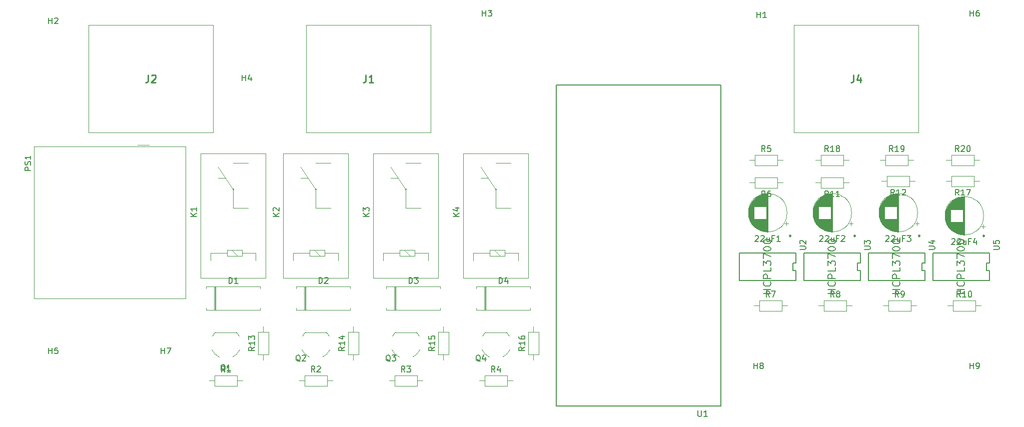
<source format=gbr>
%TF.GenerationSoftware,KiCad,Pcbnew,5.1.10-88a1d61d58~90~ubuntu20.04.1*%
%TF.CreationDate,2021-09-06T00:00:23+02:00*%
%TF.ProjectId,hamodule,68616d6f-6475-46c6-952e-6b696361645f,rev?*%
%TF.SameCoordinates,Original*%
%TF.FileFunction,Legend,Top*%
%TF.FilePolarity,Positive*%
%FSLAX46Y46*%
G04 Gerber Fmt 4.6, Leading zero omitted, Abs format (unit mm)*
G04 Created by KiCad (PCBNEW 5.1.10-88a1d61d58~90~ubuntu20.04.1) date 2021-09-06 00:00:23*
%MOMM*%
%LPD*%
G01*
G04 APERTURE LIST*
%ADD10C,0.100000*%
%ADD11C,0.127000*%
%ADD12C,0.250000*%
%ADD13C,0.150000*%
%ADD14C,0.120000*%
%ADD15C,0.254000*%
G04 APERTURE END LIST*
D10*
%TO.C,J4*%
X173120000Y-18540000D02*
X173120000Y-36740000D01*
X152000000Y-18540000D02*
X173120000Y-18540000D01*
X152000000Y-36740000D02*
X152000000Y-18540000D01*
X173120000Y-36740000D02*
X152000000Y-36740000D01*
%TO.C,J2*%
X53740000Y-18540000D02*
X53740000Y-36740000D01*
X32620000Y-18540000D02*
X53740000Y-18540000D01*
X32620000Y-36740000D02*
X32620000Y-18540000D01*
X53740000Y-36740000D02*
X32620000Y-36740000D01*
%TO.C,J1*%
X90570000Y-18540000D02*
X90570000Y-36740000D01*
X69450000Y-18540000D02*
X90570000Y-18540000D01*
X69450000Y-36740000D02*
X69450000Y-18540000D01*
X90570000Y-36740000D02*
X69450000Y-36740000D01*
D11*
%TO.C,U1*%
X139680000Y-28630000D02*
X139680000Y-83030000D01*
X139680000Y-83030000D02*
X111780000Y-83030000D01*
X111780000Y-83030000D02*
X111780000Y-28630000D01*
X111780000Y-28630000D02*
X139680000Y-28630000D01*
D12*
%TO.C,U5*%
X184275000Y-54216000D02*
G75*
G03*
X184275000Y-54216000I-125000J0D01*
G01*
D13*
X185135000Y-57133500D02*
X175545000Y-57133500D01*
X175545000Y-57133500D02*
X175545000Y-61738500D01*
X175545000Y-61738500D02*
X185135000Y-61738500D01*
X185135000Y-61738500D02*
X185135000Y-60093857D01*
X185135000Y-60093857D02*
X184635000Y-60093857D01*
X184635000Y-60093857D02*
X184635000Y-58778143D01*
X184635000Y-58778143D02*
X185135000Y-58778143D01*
X185135000Y-58778143D02*
X185135000Y-57133500D01*
D12*
%TO.C,U4*%
X173353000Y-54216000D02*
G75*
G03*
X173353000Y-54216000I-125000J0D01*
G01*
D13*
X174213000Y-57133500D02*
X164623000Y-57133500D01*
X164623000Y-57133500D02*
X164623000Y-61738500D01*
X164623000Y-61738500D02*
X174213000Y-61738500D01*
X174213000Y-61738500D02*
X174213000Y-60093857D01*
X174213000Y-60093857D02*
X173713000Y-60093857D01*
X173713000Y-60093857D02*
X173713000Y-58778143D01*
X173713000Y-58778143D02*
X174213000Y-58778143D01*
X174213000Y-58778143D02*
X174213000Y-57133500D01*
D12*
%TO.C,U3*%
X162431000Y-54216000D02*
G75*
G03*
X162431000Y-54216000I-125000J0D01*
G01*
D13*
X163291000Y-57133500D02*
X153701000Y-57133500D01*
X153701000Y-57133500D02*
X153701000Y-61738500D01*
X153701000Y-61738500D02*
X163291000Y-61738500D01*
X163291000Y-61738500D02*
X163291000Y-60093857D01*
X163291000Y-60093857D02*
X162791000Y-60093857D01*
X162791000Y-60093857D02*
X162791000Y-58778143D01*
X162791000Y-58778143D02*
X163291000Y-58778143D01*
X163291000Y-58778143D02*
X163291000Y-57133500D01*
D12*
%TO.C,U2*%
X151509000Y-54216000D02*
G75*
G03*
X151509000Y-54216000I-125000J0D01*
G01*
D13*
X152369000Y-57133500D02*
X142779000Y-57133500D01*
X142779000Y-57133500D02*
X142779000Y-61738500D01*
X142779000Y-61738500D02*
X152369000Y-61738500D01*
X152369000Y-61738500D02*
X152369000Y-60093857D01*
X152369000Y-60093857D02*
X151869000Y-60093857D01*
X151869000Y-60093857D02*
X151869000Y-58778143D01*
X151869000Y-58778143D02*
X152369000Y-58778143D01*
X152369000Y-58778143D02*
X152369000Y-57133500D01*
D14*
%TO.C,R20*%
X178674000Y-40482000D02*
X178674000Y-42322000D01*
X178674000Y-42322000D02*
X182514000Y-42322000D01*
X182514000Y-42322000D02*
X182514000Y-40482000D01*
X182514000Y-40482000D02*
X178674000Y-40482000D01*
X177724000Y-41402000D02*
X178674000Y-41402000D01*
X183464000Y-41402000D02*
X182514000Y-41402000D01*
%TO.C,R19*%
X167498000Y-40482000D02*
X167498000Y-42322000D01*
X167498000Y-42322000D02*
X171338000Y-42322000D01*
X171338000Y-42322000D02*
X171338000Y-40482000D01*
X171338000Y-40482000D02*
X167498000Y-40482000D01*
X166548000Y-41402000D02*
X167498000Y-41402000D01*
X172288000Y-41402000D02*
X171338000Y-41402000D01*
%TO.C,R18*%
X156576000Y-40482000D02*
X156576000Y-42322000D01*
X156576000Y-42322000D02*
X160416000Y-42322000D01*
X160416000Y-42322000D02*
X160416000Y-40482000D01*
X160416000Y-40482000D02*
X156576000Y-40482000D01*
X155626000Y-41402000D02*
X156576000Y-41402000D01*
X161366000Y-41402000D02*
X160416000Y-41402000D01*
%TO.C,R17*%
X182514000Y-45878000D02*
X182514000Y-44038000D01*
X182514000Y-44038000D02*
X178674000Y-44038000D01*
X178674000Y-44038000D02*
X178674000Y-45878000D01*
X178674000Y-45878000D02*
X182514000Y-45878000D01*
X183464000Y-44958000D02*
X182514000Y-44958000D01*
X177724000Y-44958000D02*
X178674000Y-44958000D01*
%TO.C,R12*%
X171592000Y-45878000D02*
X171592000Y-44038000D01*
X171592000Y-44038000D02*
X167752000Y-44038000D01*
X167752000Y-44038000D02*
X167752000Y-45878000D01*
X167752000Y-45878000D02*
X171592000Y-45878000D01*
X172542000Y-44958000D02*
X171592000Y-44958000D01*
X166802000Y-44958000D02*
X167752000Y-44958000D01*
%TO.C,R11*%
X160416000Y-46132000D02*
X160416000Y-44292000D01*
X160416000Y-44292000D02*
X156576000Y-44292000D01*
X156576000Y-44292000D02*
X156576000Y-46132000D01*
X156576000Y-46132000D02*
X160416000Y-46132000D01*
X161366000Y-45212000D02*
X160416000Y-45212000D01*
X155626000Y-45212000D02*
X156576000Y-45212000D01*
%TO.C,R10*%
X178928000Y-65120000D02*
X178928000Y-66960000D01*
X178928000Y-66960000D02*
X182768000Y-66960000D01*
X182768000Y-66960000D02*
X182768000Y-65120000D01*
X182768000Y-65120000D02*
X178928000Y-65120000D01*
X177978000Y-66040000D02*
X178928000Y-66040000D01*
X183718000Y-66040000D02*
X182768000Y-66040000D01*
%TO.C,R9*%
X168006000Y-65120000D02*
X168006000Y-66960000D01*
X168006000Y-66960000D02*
X171846000Y-66960000D01*
X171846000Y-66960000D02*
X171846000Y-65120000D01*
X171846000Y-65120000D02*
X168006000Y-65120000D01*
X167056000Y-66040000D02*
X168006000Y-66040000D01*
X172796000Y-66040000D02*
X171846000Y-66040000D01*
%TO.C,R8*%
X157084000Y-65120000D02*
X157084000Y-66960000D01*
X157084000Y-66960000D02*
X160924000Y-66960000D01*
X160924000Y-66960000D02*
X160924000Y-65120000D01*
X160924000Y-65120000D02*
X157084000Y-65120000D01*
X156134000Y-66040000D02*
X157084000Y-66040000D01*
X161874000Y-66040000D02*
X160924000Y-66040000D01*
%TO.C,R7*%
X146162000Y-65120000D02*
X146162000Y-66960000D01*
X146162000Y-66960000D02*
X150002000Y-66960000D01*
X150002000Y-66960000D02*
X150002000Y-65120000D01*
X150002000Y-65120000D02*
X146162000Y-65120000D01*
X145212000Y-66040000D02*
X146162000Y-66040000D01*
X150952000Y-66040000D02*
X150002000Y-66040000D01*
%TO.C,22uF4*%
X184138000Y-50800000D02*
G75*
G03*
X184138000Y-50800000I-3270000J0D01*
G01*
X180868000Y-54030000D02*
X180868000Y-47570000D01*
X180828000Y-54030000D02*
X180828000Y-47570000D01*
X180788000Y-54030000D02*
X180788000Y-47570000D01*
X180748000Y-54028000D02*
X180748000Y-47572000D01*
X180708000Y-54027000D02*
X180708000Y-47573000D01*
X180668000Y-54024000D02*
X180668000Y-47576000D01*
X180628000Y-54022000D02*
X180628000Y-51840000D01*
X180628000Y-49760000D02*
X180628000Y-47578000D01*
X180588000Y-54018000D02*
X180588000Y-51840000D01*
X180588000Y-49760000D02*
X180588000Y-47582000D01*
X180548000Y-54015000D02*
X180548000Y-51840000D01*
X180548000Y-49760000D02*
X180548000Y-47585000D01*
X180508000Y-54011000D02*
X180508000Y-51840000D01*
X180508000Y-49760000D02*
X180508000Y-47589000D01*
X180468000Y-54006000D02*
X180468000Y-51840000D01*
X180468000Y-49760000D02*
X180468000Y-47594000D01*
X180428000Y-54001000D02*
X180428000Y-51840000D01*
X180428000Y-49760000D02*
X180428000Y-47599000D01*
X180388000Y-53995000D02*
X180388000Y-51840000D01*
X180388000Y-49760000D02*
X180388000Y-47605000D01*
X180348000Y-53989000D02*
X180348000Y-51840000D01*
X180348000Y-49760000D02*
X180348000Y-47611000D01*
X180308000Y-53982000D02*
X180308000Y-51840000D01*
X180308000Y-49760000D02*
X180308000Y-47618000D01*
X180268000Y-53975000D02*
X180268000Y-51840000D01*
X180268000Y-49760000D02*
X180268000Y-47625000D01*
X180228000Y-53967000D02*
X180228000Y-51840000D01*
X180228000Y-49760000D02*
X180228000Y-47633000D01*
X180188000Y-53959000D02*
X180188000Y-51840000D01*
X180188000Y-49760000D02*
X180188000Y-47641000D01*
X180147000Y-53950000D02*
X180147000Y-51840000D01*
X180147000Y-49760000D02*
X180147000Y-47650000D01*
X180107000Y-53941000D02*
X180107000Y-51840000D01*
X180107000Y-49760000D02*
X180107000Y-47659000D01*
X180067000Y-53931000D02*
X180067000Y-51840000D01*
X180067000Y-49760000D02*
X180067000Y-47669000D01*
X180027000Y-53921000D02*
X180027000Y-51840000D01*
X180027000Y-49760000D02*
X180027000Y-47679000D01*
X179987000Y-53910000D02*
X179987000Y-51840000D01*
X179987000Y-49760000D02*
X179987000Y-47690000D01*
X179947000Y-53898000D02*
X179947000Y-51840000D01*
X179947000Y-49760000D02*
X179947000Y-47702000D01*
X179907000Y-53886000D02*
X179907000Y-51840000D01*
X179907000Y-49760000D02*
X179907000Y-47714000D01*
X179867000Y-53874000D02*
X179867000Y-51840000D01*
X179867000Y-49760000D02*
X179867000Y-47726000D01*
X179827000Y-53861000D02*
X179827000Y-51840000D01*
X179827000Y-49760000D02*
X179827000Y-47739000D01*
X179787000Y-53847000D02*
X179787000Y-51840000D01*
X179787000Y-49760000D02*
X179787000Y-47753000D01*
X179747000Y-53833000D02*
X179747000Y-51840000D01*
X179747000Y-49760000D02*
X179747000Y-47767000D01*
X179707000Y-53818000D02*
X179707000Y-51840000D01*
X179707000Y-49760000D02*
X179707000Y-47782000D01*
X179667000Y-53802000D02*
X179667000Y-51840000D01*
X179667000Y-49760000D02*
X179667000Y-47798000D01*
X179627000Y-53786000D02*
X179627000Y-51840000D01*
X179627000Y-49760000D02*
X179627000Y-47814000D01*
X179587000Y-53770000D02*
X179587000Y-51840000D01*
X179587000Y-49760000D02*
X179587000Y-47830000D01*
X179547000Y-53752000D02*
X179547000Y-51840000D01*
X179547000Y-49760000D02*
X179547000Y-47848000D01*
X179507000Y-53734000D02*
X179507000Y-51840000D01*
X179507000Y-49760000D02*
X179507000Y-47866000D01*
X179467000Y-53716000D02*
X179467000Y-51840000D01*
X179467000Y-49760000D02*
X179467000Y-47884000D01*
X179427000Y-53696000D02*
X179427000Y-51840000D01*
X179427000Y-49760000D02*
X179427000Y-47904000D01*
X179387000Y-53676000D02*
X179387000Y-51840000D01*
X179387000Y-49760000D02*
X179387000Y-47924000D01*
X179347000Y-53656000D02*
X179347000Y-51840000D01*
X179347000Y-49760000D02*
X179347000Y-47944000D01*
X179307000Y-53634000D02*
X179307000Y-51840000D01*
X179307000Y-49760000D02*
X179307000Y-47966000D01*
X179267000Y-53612000D02*
X179267000Y-51840000D01*
X179267000Y-49760000D02*
X179267000Y-47988000D01*
X179227000Y-53590000D02*
X179227000Y-51840000D01*
X179227000Y-49760000D02*
X179227000Y-48010000D01*
X179187000Y-53566000D02*
X179187000Y-51840000D01*
X179187000Y-49760000D02*
X179187000Y-48034000D01*
X179147000Y-53542000D02*
X179147000Y-51840000D01*
X179147000Y-49760000D02*
X179147000Y-48058000D01*
X179107000Y-53516000D02*
X179107000Y-51840000D01*
X179107000Y-49760000D02*
X179107000Y-48084000D01*
X179067000Y-53490000D02*
X179067000Y-51840000D01*
X179067000Y-49760000D02*
X179067000Y-48110000D01*
X179027000Y-53464000D02*
X179027000Y-51840000D01*
X179027000Y-49760000D02*
X179027000Y-48136000D01*
X178987000Y-53436000D02*
X178987000Y-51840000D01*
X178987000Y-49760000D02*
X178987000Y-48164000D01*
X178947000Y-53407000D02*
X178947000Y-51840000D01*
X178947000Y-49760000D02*
X178947000Y-48193000D01*
X178907000Y-53378000D02*
X178907000Y-51840000D01*
X178907000Y-49760000D02*
X178907000Y-48222000D01*
X178867000Y-53348000D02*
X178867000Y-51840000D01*
X178867000Y-49760000D02*
X178867000Y-48252000D01*
X178827000Y-53316000D02*
X178827000Y-51840000D01*
X178827000Y-49760000D02*
X178827000Y-48284000D01*
X178787000Y-53284000D02*
X178787000Y-51840000D01*
X178787000Y-49760000D02*
X178787000Y-48316000D01*
X178747000Y-53250000D02*
X178747000Y-51840000D01*
X178747000Y-49760000D02*
X178747000Y-48350000D01*
X178707000Y-53216000D02*
X178707000Y-51840000D01*
X178707000Y-49760000D02*
X178707000Y-48384000D01*
X178667000Y-53180000D02*
X178667000Y-51840000D01*
X178667000Y-49760000D02*
X178667000Y-48420000D01*
X178627000Y-53143000D02*
X178627000Y-51840000D01*
X178627000Y-49760000D02*
X178627000Y-48457000D01*
X178587000Y-53105000D02*
X178587000Y-51840000D01*
X178587000Y-49760000D02*
X178587000Y-48495000D01*
X178547000Y-53065000D02*
X178547000Y-48535000D01*
X178507000Y-53024000D02*
X178507000Y-48576000D01*
X178467000Y-52982000D02*
X178467000Y-48618000D01*
X178427000Y-52937000D02*
X178427000Y-48663000D01*
X178387000Y-52892000D02*
X178387000Y-48708000D01*
X178347000Y-52844000D02*
X178347000Y-48756000D01*
X178307000Y-52795000D02*
X178307000Y-48805000D01*
X178267000Y-52744000D02*
X178267000Y-48856000D01*
X178227000Y-52690000D02*
X178227000Y-48910000D01*
X178187000Y-52634000D02*
X178187000Y-48966000D01*
X178147000Y-52576000D02*
X178147000Y-49024000D01*
X178107000Y-52514000D02*
X178107000Y-49086000D01*
X178067000Y-52450000D02*
X178067000Y-49150000D01*
X178027000Y-52381000D02*
X178027000Y-49219000D01*
X177987000Y-52309000D02*
X177987000Y-49291000D01*
X177947000Y-52232000D02*
X177947000Y-49368000D01*
X177907000Y-52150000D02*
X177907000Y-49450000D01*
X177867000Y-52062000D02*
X177867000Y-49538000D01*
X177827000Y-51965000D02*
X177827000Y-49635000D01*
X177787000Y-51859000D02*
X177787000Y-49741000D01*
X177747000Y-51740000D02*
X177747000Y-49860000D01*
X177707000Y-51602000D02*
X177707000Y-49998000D01*
X177667000Y-51433000D02*
X177667000Y-50167000D01*
X177627000Y-51202000D02*
X177627000Y-50398000D01*
X184368241Y-52639000D02*
X183738241Y-52639000D01*
X184053241Y-52954000D02*
X184053241Y-52324000D01*
%TO.C,22uF3*%
X172962000Y-50292000D02*
G75*
G03*
X172962000Y-50292000I-3270000J0D01*
G01*
X169692000Y-53522000D02*
X169692000Y-47062000D01*
X169652000Y-53522000D02*
X169652000Y-47062000D01*
X169612000Y-53522000D02*
X169612000Y-47062000D01*
X169572000Y-53520000D02*
X169572000Y-47064000D01*
X169532000Y-53519000D02*
X169532000Y-47065000D01*
X169492000Y-53516000D02*
X169492000Y-47068000D01*
X169452000Y-53514000D02*
X169452000Y-51332000D01*
X169452000Y-49252000D02*
X169452000Y-47070000D01*
X169412000Y-53510000D02*
X169412000Y-51332000D01*
X169412000Y-49252000D02*
X169412000Y-47074000D01*
X169372000Y-53507000D02*
X169372000Y-51332000D01*
X169372000Y-49252000D02*
X169372000Y-47077000D01*
X169332000Y-53503000D02*
X169332000Y-51332000D01*
X169332000Y-49252000D02*
X169332000Y-47081000D01*
X169292000Y-53498000D02*
X169292000Y-51332000D01*
X169292000Y-49252000D02*
X169292000Y-47086000D01*
X169252000Y-53493000D02*
X169252000Y-51332000D01*
X169252000Y-49252000D02*
X169252000Y-47091000D01*
X169212000Y-53487000D02*
X169212000Y-51332000D01*
X169212000Y-49252000D02*
X169212000Y-47097000D01*
X169172000Y-53481000D02*
X169172000Y-51332000D01*
X169172000Y-49252000D02*
X169172000Y-47103000D01*
X169132000Y-53474000D02*
X169132000Y-51332000D01*
X169132000Y-49252000D02*
X169132000Y-47110000D01*
X169092000Y-53467000D02*
X169092000Y-51332000D01*
X169092000Y-49252000D02*
X169092000Y-47117000D01*
X169052000Y-53459000D02*
X169052000Y-51332000D01*
X169052000Y-49252000D02*
X169052000Y-47125000D01*
X169012000Y-53451000D02*
X169012000Y-51332000D01*
X169012000Y-49252000D02*
X169012000Y-47133000D01*
X168971000Y-53442000D02*
X168971000Y-51332000D01*
X168971000Y-49252000D02*
X168971000Y-47142000D01*
X168931000Y-53433000D02*
X168931000Y-51332000D01*
X168931000Y-49252000D02*
X168931000Y-47151000D01*
X168891000Y-53423000D02*
X168891000Y-51332000D01*
X168891000Y-49252000D02*
X168891000Y-47161000D01*
X168851000Y-53413000D02*
X168851000Y-51332000D01*
X168851000Y-49252000D02*
X168851000Y-47171000D01*
X168811000Y-53402000D02*
X168811000Y-51332000D01*
X168811000Y-49252000D02*
X168811000Y-47182000D01*
X168771000Y-53390000D02*
X168771000Y-51332000D01*
X168771000Y-49252000D02*
X168771000Y-47194000D01*
X168731000Y-53378000D02*
X168731000Y-51332000D01*
X168731000Y-49252000D02*
X168731000Y-47206000D01*
X168691000Y-53366000D02*
X168691000Y-51332000D01*
X168691000Y-49252000D02*
X168691000Y-47218000D01*
X168651000Y-53353000D02*
X168651000Y-51332000D01*
X168651000Y-49252000D02*
X168651000Y-47231000D01*
X168611000Y-53339000D02*
X168611000Y-51332000D01*
X168611000Y-49252000D02*
X168611000Y-47245000D01*
X168571000Y-53325000D02*
X168571000Y-51332000D01*
X168571000Y-49252000D02*
X168571000Y-47259000D01*
X168531000Y-53310000D02*
X168531000Y-51332000D01*
X168531000Y-49252000D02*
X168531000Y-47274000D01*
X168491000Y-53294000D02*
X168491000Y-51332000D01*
X168491000Y-49252000D02*
X168491000Y-47290000D01*
X168451000Y-53278000D02*
X168451000Y-51332000D01*
X168451000Y-49252000D02*
X168451000Y-47306000D01*
X168411000Y-53262000D02*
X168411000Y-51332000D01*
X168411000Y-49252000D02*
X168411000Y-47322000D01*
X168371000Y-53244000D02*
X168371000Y-51332000D01*
X168371000Y-49252000D02*
X168371000Y-47340000D01*
X168331000Y-53226000D02*
X168331000Y-51332000D01*
X168331000Y-49252000D02*
X168331000Y-47358000D01*
X168291000Y-53208000D02*
X168291000Y-51332000D01*
X168291000Y-49252000D02*
X168291000Y-47376000D01*
X168251000Y-53188000D02*
X168251000Y-51332000D01*
X168251000Y-49252000D02*
X168251000Y-47396000D01*
X168211000Y-53168000D02*
X168211000Y-51332000D01*
X168211000Y-49252000D02*
X168211000Y-47416000D01*
X168171000Y-53148000D02*
X168171000Y-51332000D01*
X168171000Y-49252000D02*
X168171000Y-47436000D01*
X168131000Y-53126000D02*
X168131000Y-51332000D01*
X168131000Y-49252000D02*
X168131000Y-47458000D01*
X168091000Y-53104000D02*
X168091000Y-51332000D01*
X168091000Y-49252000D02*
X168091000Y-47480000D01*
X168051000Y-53082000D02*
X168051000Y-51332000D01*
X168051000Y-49252000D02*
X168051000Y-47502000D01*
X168011000Y-53058000D02*
X168011000Y-51332000D01*
X168011000Y-49252000D02*
X168011000Y-47526000D01*
X167971000Y-53034000D02*
X167971000Y-51332000D01*
X167971000Y-49252000D02*
X167971000Y-47550000D01*
X167931000Y-53008000D02*
X167931000Y-51332000D01*
X167931000Y-49252000D02*
X167931000Y-47576000D01*
X167891000Y-52982000D02*
X167891000Y-51332000D01*
X167891000Y-49252000D02*
X167891000Y-47602000D01*
X167851000Y-52956000D02*
X167851000Y-51332000D01*
X167851000Y-49252000D02*
X167851000Y-47628000D01*
X167811000Y-52928000D02*
X167811000Y-51332000D01*
X167811000Y-49252000D02*
X167811000Y-47656000D01*
X167771000Y-52899000D02*
X167771000Y-51332000D01*
X167771000Y-49252000D02*
X167771000Y-47685000D01*
X167731000Y-52870000D02*
X167731000Y-51332000D01*
X167731000Y-49252000D02*
X167731000Y-47714000D01*
X167691000Y-52840000D02*
X167691000Y-51332000D01*
X167691000Y-49252000D02*
X167691000Y-47744000D01*
X167651000Y-52808000D02*
X167651000Y-51332000D01*
X167651000Y-49252000D02*
X167651000Y-47776000D01*
X167611000Y-52776000D02*
X167611000Y-51332000D01*
X167611000Y-49252000D02*
X167611000Y-47808000D01*
X167571000Y-52742000D02*
X167571000Y-51332000D01*
X167571000Y-49252000D02*
X167571000Y-47842000D01*
X167531000Y-52708000D02*
X167531000Y-51332000D01*
X167531000Y-49252000D02*
X167531000Y-47876000D01*
X167491000Y-52672000D02*
X167491000Y-51332000D01*
X167491000Y-49252000D02*
X167491000Y-47912000D01*
X167451000Y-52635000D02*
X167451000Y-51332000D01*
X167451000Y-49252000D02*
X167451000Y-47949000D01*
X167411000Y-52597000D02*
X167411000Y-51332000D01*
X167411000Y-49252000D02*
X167411000Y-47987000D01*
X167371000Y-52557000D02*
X167371000Y-48027000D01*
X167331000Y-52516000D02*
X167331000Y-48068000D01*
X167291000Y-52474000D02*
X167291000Y-48110000D01*
X167251000Y-52429000D02*
X167251000Y-48155000D01*
X167211000Y-52384000D02*
X167211000Y-48200000D01*
X167171000Y-52336000D02*
X167171000Y-48248000D01*
X167131000Y-52287000D02*
X167131000Y-48297000D01*
X167091000Y-52236000D02*
X167091000Y-48348000D01*
X167051000Y-52182000D02*
X167051000Y-48402000D01*
X167011000Y-52126000D02*
X167011000Y-48458000D01*
X166971000Y-52068000D02*
X166971000Y-48516000D01*
X166931000Y-52006000D02*
X166931000Y-48578000D01*
X166891000Y-51942000D02*
X166891000Y-48642000D01*
X166851000Y-51873000D02*
X166851000Y-48711000D01*
X166811000Y-51801000D02*
X166811000Y-48783000D01*
X166771000Y-51724000D02*
X166771000Y-48860000D01*
X166731000Y-51642000D02*
X166731000Y-48942000D01*
X166691000Y-51554000D02*
X166691000Y-49030000D01*
X166651000Y-51457000D02*
X166651000Y-49127000D01*
X166611000Y-51351000D02*
X166611000Y-49233000D01*
X166571000Y-51232000D02*
X166571000Y-49352000D01*
X166531000Y-51094000D02*
X166531000Y-49490000D01*
X166491000Y-50925000D02*
X166491000Y-49659000D01*
X166451000Y-50694000D02*
X166451000Y-49890000D01*
X173192241Y-52131000D02*
X172562241Y-52131000D01*
X172877241Y-52446000D02*
X172877241Y-51816000D01*
%TO.C,22uF2*%
X161786000Y-50292000D02*
G75*
G03*
X161786000Y-50292000I-3270000J0D01*
G01*
X158516000Y-53522000D02*
X158516000Y-47062000D01*
X158476000Y-53522000D02*
X158476000Y-47062000D01*
X158436000Y-53522000D02*
X158436000Y-47062000D01*
X158396000Y-53520000D02*
X158396000Y-47064000D01*
X158356000Y-53519000D02*
X158356000Y-47065000D01*
X158316000Y-53516000D02*
X158316000Y-47068000D01*
X158276000Y-53514000D02*
X158276000Y-51332000D01*
X158276000Y-49252000D02*
X158276000Y-47070000D01*
X158236000Y-53510000D02*
X158236000Y-51332000D01*
X158236000Y-49252000D02*
X158236000Y-47074000D01*
X158196000Y-53507000D02*
X158196000Y-51332000D01*
X158196000Y-49252000D02*
X158196000Y-47077000D01*
X158156000Y-53503000D02*
X158156000Y-51332000D01*
X158156000Y-49252000D02*
X158156000Y-47081000D01*
X158116000Y-53498000D02*
X158116000Y-51332000D01*
X158116000Y-49252000D02*
X158116000Y-47086000D01*
X158076000Y-53493000D02*
X158076000Y-51332000D01*
X158076000Y-49252000D02*
X158076000Y-47091000D01*
X158036000Y-53487000D02*
X158036000Y-51332000D01*
X158036000Y-49252000D02*
X158036000Y-47097000D01*
X157996000Y-53481000D02*
X157996000Y-51332000D01*
X157996000Y-49252000D02*
X157996000Y-47103000D01*
X157956000Y-53474000D02*
X157956000Y-51332000D01*
X157956000Y-49252000D02*
X157956000Y-47110000D01*
X157916000Y-53467000D02*
X157916000Y-51332000D01*
X157916000Y-49252000D02*
X157916000Y-47117000D01*
X157876000Y-53459000D02*
X157876000Y-51332000D01*
X157876000Y-49252000D02*
X157876000Y-47125000D01*
X157836000Y-53451000D02*
X157836000Y-51332000D01*
X157836000Y-49252000D02*
X157836000Y-47133000D01*
X157795000Y-53442000D02*
X157795000Y-51332000D01*
X157795000Y-49252000D02*
X157795000Y-47142000D01*
X157755000Y-53433000D02*
X157755000Y-51332000D01*
X157755000Y-49252000D02*
X157755000Y-47151000D01*
X157715000Y-53423000D02*
X157715000Y-51332000D01*
X157715000Y-49252000D02*
X157715000Y-47161000D01*
X157675000Y-53413000D02*
X157675000Y-51332000D01*
X157675000Y-49252000D02*
X157675000Y-47171000D01*
X157635000Y-53402000D02*
X157635000Y-51332000D01*
X157635000Y-49252000D02*
X157635000Y-47182000D01*
X157595000Y-53390000D02*
X157595000Y-51332000D01*
X157595000Y-49252000D02*
X157595000Y-47194000D01*
X157555000Y-53378000D02*
X157555000Y-51332000D01*
X157555000Y-49252000D02*
X157555000Y-47206000D01*
X157515000Y-53366000D02*
X157515000Y-51332000D01*
X157515000Y-49252000D02*
X157515000Y-47218000D01*
X157475000Y-53353000D02*
X157475000Y-51332000D01*
X157475000Y-49252000D02*
X157475000Y-47231000D01*
X157435000Y-53339000D02*
X157435000Y-51332000D01*
X157435000Y-49252000D02*
X157435000Y-47245000D01*
X157395000Y-53325000D02*
X157395000Y-51332000D01*
X157395000Y-49252000D02*
X157395000Y-47259000D01*
X157355000Y-53310000D02*
X157355000Y-51332000D01*
X157355000Y-49252000D02*
X157355000Y-47274000D01*
X157315000Y-53294000D02*
X157315000Y-51332000D01*
X157315000Y-49252000D02*
X157315000Y-47290000D01*
X157275000Y-53278000D02*
X157275000Y-51332000D01*
X157275000Y-49252000D02*
X157275000Y-47306000D01*
X157235000Y-53262000D02*
X157235000Y-51332000D01*
X157235000Y-49252000D02*
X157235000Y-47322000D01*
X157195000Y-53244000D02*
X157195000Y-51332000D01*
X157195000Y-49252000D02*
X157195000Y-47340000D01*
X157155000Y-53226000D02*
X157155000Y-51332000D01*
X157155000Y-49252000D02*
X157155000Y-47358000D01*
X157115000Y-53208000D02*
X157115000Y-51332000D01*
X157115000Y-49252000D02*
X157115000Y-47376000D01*
X157075000Y-53188000D02*
X157075000Y-51332000D01*
X157075000Y-49252000D02*
X157075000Y-47396000D01*
X157035000Y-53168000D02*
X157035000Y-51332000D01*
X157035000Y-49252000D02*
X157035000Y-47416000D01*
X156995000Y-53148000D02*
X156995000Y-51332000D01*
X156995000Y-49252000D02*
X156995000Y-47436000D01*
X156955000Y-53126000D02*
X156955000Y-51332000D01*
X156955000Y-49252000D02*
X156955000Y-47458000D01*
X156915000Y-53104000D02*
X156915000Y-51332000D01*
X156915000Y-49252000D02*
X156915000Y-47480000D01*
X156875000Y-53082000D02*
X156875000Y-51332000D01*
X156875000Y-49252000D02*
X156875000Y-47502000D01*
X156835000Y-53058000D02*
X156835000Y-51332000D01*
X156835000Y-49252000D02*
X156835000Y-47526000D01*
X156795000Y-53034000D02*
X156795000Y-51332000D01*
X156795000Y-49252000D02*
X156795000Y-47550000D01*
X156755000Y-53008000D02*
X156755000Y-51332000D01*
X156755000Y-49252000D02*
X156755000Y-47576000D01*
X156715000Y-52982000D02*
X156715000Y-51332000D01*
X156715000Y-49252000D02*
X156715000Y-47602000D01*
X156675000Y-52956000D02*
X156675000Y-51332000D01*
X156675000Y-49252000D02*
X156675000Y-47628000D01*
X156635000Y-52928000D02*
X156635000Y-51332000D01*
X156635000Y-49252000D02*
X156635000Y-47656000D01*
X156595000Y-52899000D02*
X156595000Y-51332000D01*
X156595000Y-49252000D02*
X156595000Y-47685000D01*
X156555000Y-52870000D02*
X156555000Y-51332000D01*
X156555000Y-49252000D02*
X156555000Y-47714000D01*
X156515000Y-52840000D02*
X156515000Y-51332000D01*
X156515000Y-49252000D02*
X156515000Y-47744000D01*
X156475000Y-52808000D02*
X156475000Y-51332000D01*
X156475000Y-49252000D02*
X156475000Y-47776000D01*
X156435000Y-52776000D02*
X156435000Y-51332000D01*
X156435000Y-49252000D02*
X156435000Y-47808000D01*
X156395000Y-52742000D02*
X156395000Y-51332000D01*
X156395000Y-49252000D02*
X156395000Y-47842000D01*
X156355000Y-52708000D02*
X156355000Y-51332000D01*
X156355000Y-49252000D02*
X156355000Y-47876000D01*
X156315000Y-52672000D02*
X156315000Y-51332000D01*
X156315000Y-49252000D02*
X156315000Y-47912000D01*
X156275000Y-52635000D02*
X156275000Y-51332000D01*
X156275000Y-49252000D02*
X156275000Y-47949000D01*
X156235000Y-52597000D02*
X156235000Y-51332000D01*
X156235000Y-49252000D02*
X156235000Y-47987000D01*
X156195000Y-52557000D02*
X156195000Y-48027000D01*
X156155000Y-52516000D02*
X156155000Y-48068000D01*
X156115000Y-52474000D02*
X156115000Y-48110000D01*
X156075000Y-52429000D02*
X156075000Y-48155000D01*
X156035000Y-52384000D02*
X156035000Y-48200000D01*
X155995000Y-52336000D02*
X155995000Y-48248000D01*
X155955000Y-52287000D02*
X155955000Y-48297000D01*
X155915000Y-52236000D02*
X155915000Y-48348000D01*
X155875000Y-52182000D02*
X155875000Y-48402000D01*
X155835000Y-52126000D02*
X155835000Y-48458000D01*
X155795000Y-52068000D02*
X155795000Y-48516000D01*
X155755000Y-52006000D02*
X155755000Y-48578000D01*
X155715000Y-51942000D02*
X155715000Y-48642000D01*
X155675000Y-51873000D02*
X155675000Y-48711000D01*
X155635000Y-51801000D02*
X155635000Y-48783000D01*
X155595000Y-51724000D02*
X155595000Y-48860000D01*
X155555000Y-51642000D02*
X155555000Y-48942000D01*
X155515000Y-51554000D02*
X155515000Y-49030000D01*
X155475000Y-51457000D02*
X155475000Y-49127000D01*
X155435000Y-51351000D02*
X155435000Y-49233000D01*
X155395000Y-51232000D02*
X155395000Y-49352000D01*
X155355000Y-51094000D02*
X155355000Y-49490000D01*
X155315000Y-50925000D02*
X155315000Y-49659000D01*
X155275000Y-50694000D02*
X155275000Y-49890000D01*
X162016241Y-52131000D02*
X161386241Y-52131000D01*
X161701241Y-52446000D02*
X161701241Y-51816000D01*
%TO.C,22uF1*%
X150864000Y-50292000D02*
G75*
G03*
X150864000Y-50292000I-3270000J0D01*
G01*
X147594000Y-53522000D02*
X147594000Y-47062000D01*
X147554000Y-53522000D02*
X147554000Y-47062000D01*
X147514000Y-53522000D02*
X147514000Y-47062000D01*
X147474000Y-53520000D02*
X147474000Y-47064000D01*
X147434000Y-53519000D02*
X147434000Y-47065000D01*
X147394000Y-53516000D02*
X147394000Y-47068000D01*
X147354000Y-53514000D02*
X147354000Y-51332000D01*
X147354000Y-49252000D02*
X147354000Y-47070000D01*
X147314000Y-53510000D02*
X147314000Y-51332000D01*
X147314000Y-49252000D02*
X147314000Y-47074000D01*
X147274000Y-53507000D02*
X147274000Y-51332000D01*
X147274000Y-49252000D02*
X147274000Y-47077000D01*
X147234000Y-53503000D02*
X147234000Y-51332000D01*
X147234000Y-49252000D02*
X147234000Y-47081000D01*
X147194000Y-53498000D02*
X147194000Y-51332000D01*
X147194000Y-49252000D02*
X147194000Y-47086000D01*
X147154000Y-53493000D02*
X147154000Y-51332000D01*
X147154000Y-49252000D02*
X147154000Y-47091000D01*
X147114000Y-53487000D02*
X147114000Y-51332000D01*
X147114000Y-49252000D02*
X147114000Y-47097000D01*
X147074000Y-53481000D02*
X147074000Y-51332000D01*
X147074000Y-49252000D02*
X147074000Y-47103000D01*
X147034000Y-53474000D02*
X147034000Y-51332000D01*
X147034000Y-49252000D02*
X147034000Y-47110000D01*
X146994000Y-53467000D02*
X146994000Y-51332000D01*
X146994000Y-49252000D02*
X146994000Y-47117000D01*
X146954000Y-53459000D02*
X146954000Y-51332000D01*
X146954000Y-49252000D02*
X146954000Y-47125000D01*
X146914000Y-53451000D02*
X146914000Y-51332000D01*
X146914000Y-49252000D02*
X146914000Y-47133000D01*
X146873000Y-53442000D02*
X146873000Y-51332000D01*
X146873000Y-49252000D02*
X146873000Y-47142000D01*
X146833000Y-53433000D02*
X146833000Y-51332000D01*
X146833000Y-49252000D02*
X146833000Y-47151000D01*
X146793000Y-53423000D02*
X146793000Y-51332000D01*
X146793000Y-49252000D02*
X146793000Y-47161000D01*
X146753000Y-53413000D02*
X146753000Y-51332000D01*
X146753000Y-49252000D02*
X146753000Y-47171000D01*
X146713000Y-53402000D02*
X146713000Y-51332000D01*
X146713000Y-49252000D02*
X146713000Y-47182000D01*
X146673000Y-53390000D02*
X146673000Y-51332000D01*
X146673000Y-49252000D02*
X146673000Y-47194000D01*
X146633000Y-53378000D02*
X146633000Y-51332000D01*
X146633000Y-49252000D02*
X146633000Y-47206000D01*
X146593000Y-53366000D02*
X146593000Y-51332000D01*
X146593000Y-49252000D02*
X146593000Y-47218000D01*
X146553000Y-53353000D02*
X146553000Y-51332000D01*
X146553000Y-49252000D02*
X146553000Y-47231000D01*
X146513000Y-53339000D02*
X146513000Y-51332000D01*
X146513000Y-49252000D02*
X146513000Y-47245000D01*
X146473000Y-53325000D02*
X146473000Y-51332000D01*
X146473000Y-49252000D02*
X146473000Y-47259000D01*
X146433000Y-53310000D02*
X146433000Y-51332000D01*
X146433000Y-49252000D02*
X146433000Y-47274000D01*
X146393000Y-53294000D02*
X146393000Y-51332000D01*
X146393000Y-49252000D02*
X146393000Y-47290000D01*
X146353000Y-53278000D02*
X146353000Y-51332000D01*
X146353000Y-49252000D02*
X146353000Y-47306000D01*
X146313000Y-53262000D02*
X146313000Y-51332000D01*
X146313000Y-49252000D02*
X146313000Y-47322000D01*
X146273000Y-53244000D02*
X146273000Y-51332000D01*
X146273000Y-49252000D02*
X146273000Y-47340000D01*
X146233000Y-53226000D02*
X146233000Y-51332000D01*
X146233000Y-49252000D02*
X146233000Y-47358000D01*
X146193000Y-53208000D02*
X146193000Y-51332000D01*
X146193000Y-49252000D02*
X146193000Y-47376000D01*
X146153000Y-53188000D02*
X146153000Y-51332000D01*
X146153000Y-49252000D02*
X146153000Y-47396000D01*
X146113000Y-53168000D02*
X146113000Y-51332000D01*
X146113000Y-49252000D02*
X146113000Y-47416000D01*
X146073000Y-53148000D02*
X146073000Y-51332000D01*
X146073000Y-49252000D02*
X146073000Y-47436000D01*
X146033000Y-53126000D02*
X146033000Y-51332000D01*
X146033000Y-49252000D02*
X146033000Y-47458000D01*
X145993000Y-53104000D02*
X145993000Y-51332000D01*
X145993000Y-49252000D02*
X145993000Y-47480000D01*
X145953000Y-53082000D02*
X145953000Y-51332000D01*
X145953000Y-49252000D02*
X145953000Y-47502000D01*
X145913000Y-53058000D02*
X145913000Y-51332000D01*
X145913000Y-49252000D02*
X145913000Y-47526000D01*
X145873000Y-53034000D02*
X145873000Y-51332000D01*
X145873000Y-49252000D02*
X145873000Y-47550000D01*
X145833000Y-53008000D02*
X145833000Y-51332000D01*
X145833000Y-49252000D02*
X145833000Y-47576000D01*
X145793000Y-52982000D02*
X145793000Y-51332000D01*
X145793000Y-49252000D02*
X145793000Y-47602000D01*
X145753000Y-52956000D02*
X145753000Y-51332000D01*
X145753000Y-49252000D02*
X145753000Y-47628000D01*
X145713000Y-52928000D02*
X145713000Y-51332000D01*
X145713000Y-49252000D02*
X145713000Y-47656000D01*
X145673000Y-52899000D02*
X145673000Y-51332000D01*
X145673000Y-49252000D02*
X145673000Y-47685000D01*
X145633000Y-52870000D02*
X145633000Y-51332000D01*
X145633000Y-49252000D02*
X145633000Y-47714000D01*
X145593000Y-52840000D02*
X145593000Y-51332000D01*
X145593000Y-49252000D02*
X145593000Y-47744000D01*
X145553000Y-52808000D02*
X145553000Y-51332000D01*
X145553000Y-49252000D02*
X145553000Y-47776000D01*
X145513000Y-52776000D02*
X145513000Y-51332000D01*
X145513000Y-49252000D02*
X145513000Y-47808000D01*
X145473000Y-52742000D02*
X145473000Y-51332000D01*
X145473000Y-49252000D02*
X145473000Y-47842000D01*
X145433000Y-52708000D02*
X145433000Y-51332000D01*
X145433000Y-49252000D02*
X145433000Y-47876000D01*
X145393000Y-52672000D02*
X145393000Y-51332000D01*
X145393000Y-49252000D02*
X145393000Y-47912000D01*
X145353000Y-52635000D02*
X145353000Y-51332000D01*
X145353000Y-49252000D02*
X145353000Y-47949000D01*
X145313000Y-52597000D02*
X145313000Y-51332000D01*
X145313000Y-49252000D02*
X145313000Y-47987000D01*
X145273000Y-52557000D02*
X145273000Y-48027000D01*
X145233000Y-52516000D02*
X145233000Y-48068000D01*
X145193000Y-52474000D02*
X145193000Y-48110000D01*
X145153000Y-52429000D02*
X145153000Y-48155000D01*
X145113000Y-52384000D02*
X145113000Y-48200000D01*
X145073000Y-52336000D02*
X145073000Y-48248000D01*
X145033000Y-52287000D02*
X145033000Y-48297000D01*
X144993000Y-52236000D02*
X144993000Y-48348000D01*
X144953000Y-52182000D02*
X144953000Y-48402000D01*
X144913000Y-52126000D02*
X144913000Y-48458000D01*
X144873000Y-52068000D02*
X144873000Y-48516000D01*
X144833000Y-52006000D02*
X144833000Y-48578000D01*
X144793000Y-51942000D02*
X144793000Y-48642000D01*
X144753000Y-51873000D02*
X144753000Y-48711000D01*
X144713000Y-51801000D02*
X144713000Y-48783000D01*
X144673000Y-51724000D02*
X144673000Y-48860000D01*
X144633000Y-51642000D02*
X144633000Y-48942000D01*
X144593000Y-51554000D02*
X144593000Y-49030000D01*
X144553000Y-51457000D02*
X144553000Y-49127000D01*
X144513000Y-51351000D02*
X144513000Y-49233000D01*
X144473000Y-51232000D02*
X144473000Y-49352000D01*
X144433000Y-51094000D02*
X144433000Y-49490000D01*
X144393000Y-50925000D02*
X144393000Y-49659000D01*
X144353000Y-50694000D02*
X144353000Y-49890000D01*
X151094241Y-52131000D02*
X150464241Y-52131000D01*
X150779241Y-52446000D02*
X150779241Y-51816000D01*
%TO.C,PS1*%
X42910000Y-38790000D02*
X40910000Y-38790000D01*
X49060000Y-39090000D02*
X49060000Y-64820000D01*
X23420000Y-64820000D02*
X49060000Y-64820000D01*
X23420000Y-39090000D02*
X23420000Y-64820000D01*
X49060000Y-39090000D02*
X23420000Y-39090000D01*
%TO.C,R6*%
X149240000Y-46132000D02*
X149240000Y-44292000D01*
X149240000Y-44292000D02*
X145400000Y-44292000D01*
X145400000Y-44292000D02*
X145400000Y-46132000D01*
X145400000Y-46132000D02*
X149240000Y-46132000D01*
X150190000Y-45212000D02*
X149240000Y-45212000D01*
X144450000Y-45212000D02*
X145400000Y-45212000D01*
%TO.C,Q1*%
X57680000Y-70540000D02*
X54080000Y-70540000D01*
X53555816Y-71267205D02*
G75*
G02*
X54080000Y-70540000I2324184J-1122795D01*
G01*
X53524543Y-73488371D02*
G75*
G03*
X54770000Y-74740000I2355457J1098371D01*
G01*
X58247199Y-73493842D02*
G75*
G02*
X57020000Y-74740000I-2367199J1103842D01*
G01*
X58204184Y-71267205D02*
G75*
G03*
X57680000Y-70540000I-2324184J-1122795D01*
G01*
%TO.C,Q2*%
X72920000Y-70540000D02*
X69320000Y-70540000D01*
X68795816Y-71267205D02*
G75*
G02*
X69320000Y-70540000I2324184J-1122795D01*
G01*
X68764543Y-73488371D02*
G75*
G03*
X70010000Y-74740000I2355457J1098371D01*
G01*
X73487199Y-73493842D02*
G75*
G02*
X72260000Y-74740000I-2367199J1103842D01*
G01*
X73444184Y-71267205D02*
G75*
G03*
X72920000Y-70540000I-2324184J-1122795D01*
G01*
%TO.C,Q4*%
X103400000Y-70540000D02*
X99800000Y-70540000D01*
X99275816Y-71267205D02*
G75*
G02*
X99800000Y-70540000I2324184J-1122795D01*
G01*
X99244543Y-73488371D02*
G75*
G03*
X100490000Y-74740000I2355457J1098371D01*
G01*
X103967199Y-73493842D02*
G75*
G02*
X102740000Y-74740000I-2367199J1103842D01*
G01*
X103924184Y-71267205D02*
G75*
G03*
X103400000Y-70540000I-2324184J-1122795D01*
G01*
%TO.C,Q3*%
X88160000Y-70540000D02*
X84560000Y-70540000D01*
X84035816Y-71267205D02*
G75*
G02*
X84560000Y-70540000I2324184J-1122795D01*
G01*
X84004543Y-73488371D02*
G75*
G03*
X85250000Y-74740000I2355457J1098371D01*
G01*
X88727199Y-73493842D02*
G75*
G02*
X87500000Y-74740000I-2367199J1103842D01*
G01*
X88684184Y-71267205D02*
G75*
G03*
X88160000Y-70540000I-2324184J-1122795D01*
G01*
%TO.C,R5*%
X145400000Y-40482000D02*
X145400000Y-42322000D01*
X145400000Y-42322000D02*
X149240000Y-42322000D01*
X149240000Y-42322000D02*
X149240000Y-40482000D01*
X149240000Y-40482000D02*
X145400000Y-40482000D01*
X144450000Y-41402000D02*
X145400000Y-41402000D01*
X150190000Y-41402000D02*
X149240000Y-41402000D01*
%TO.C,K2*%
X73660000Y-41910000D02*
X71120000Y-41910000D01*
X71120000Y-46355000D02*
X68580000Y-42545000D01*
X68580000Y-44450000D02*
X69850000Y-44450000D01*
X73660000Y-49530000D02*
X71120000Y-49530000D01*
X71120000Y-49530000D02*
X71120000Y-46355000D01*
X71880000Y-57660000D02*
X70870000Y-56640000D01*
X67310000Y-57150000D02*
X67310000Y-58420000D01*
X70100000Y-57150000D02*
X67310000Y-57150000D01*
X74930000Y-57150000D02*
X72640000Y-57150000D01*
X74930000Y-58420000D02*
X74930000Y-57150000D01*
X72640000Y-57150000D02*
X72640000Y-57660000D01*
X72640000Y-57660000D02*
X70100000Y-57660000D01*
X70100000Y-57660000D02*
X70100000Y-57150000D01*
X70100000Y-57150000D02*
X70100000Y-56640000D01*
X70100000Y-56640000D02*
X72640000Y-56640000D01*
X72640000Y-56640000D02*
X72640000Y-57150000D01*
X76620000Y-61370000D02*
X76620000Y-40230000D01*
X76620000Y-40230000D02*
X65620000Y-40230000D01*
X76620000Y-61370000D02*
X65620000Y-61370000D01*
X65620000Y-61370000D02*
X65620000Y-40230000D01*
X71247000Y-46355000D02*
G75*
G03*
X71247000Y-46355000I-127000J0D01*
G01*
%TO.C,R16*%
X107030000Y-74310000D02*
X108870000Y-74310000D01*
X108870000Y-74310000D02*
X108870000Y-70470000D01*
X108870000Y-70470000D02*
X107030000Y-70470000D01*
X107030000Y-70470000D02*
X107030000Y-74310000D01*
X107950000Y-75260000D02*
X107950000Y-74310000D01*
X107950000Y-69520000D02*
X107950000Y-70470000D01*
%TO.C,R15*%
X91790000Y-74310000D02*
X93630000Y-74310000D01*
X93630000Y-74310000D02*
X93630000Y-70470000D01*
X93630000Y-70470000D02*
X91790000Y-70470000D01*
X91790000Y-70470000D02*
X91790000Y-74310000D01*
X92710000Y-75260000D02*
X92710000Y-74310000D01*
X92710000Y-69520000D02*
X92710000Y-70470000D01*
%TO.C,R14*%
X76550000Y-74310000D02*
X78390000Y-74310000D01*
X78390000Y-74310000D02*
X78390000Y-70470000D01*
X78390000Y-70470000D02*
X76550000Y-70470000D01*
X76550000Y-70470000D02*
X76550000Y-74310000D01*
X77470000Y-75260000D02*
X77470000Y-74310000D01*
X77470000Y-69520000D02*
X77470000Y-70470000D01*
%TO.C,R13*%
X61310000Y-74310000D02*
X63150000Y-74310000D01*
X63150000Y-74310000D02*
X63150000Y-70470000D01*
X63150000Y-70470000D02*
X61310000Y-70470000D01*
X61310000Y-70470000D02*
X61310000Y-74310000D01*
X62230000Y-75260000D02*
X62230000Y-74310000D01*
X62230000Y-69520000D02*
X62230000Y-70470000D01*
%TO.C,R4*%
X99680000Y-77820000D02*
X99680000Y-79660000D01*
X99680000Y-79660000D02*
X103520000Y-79660000D01*
X103520000Y-79660000D02*
X103520000Y-77820000D01*
X103520000Y-77820000D02*
X99680000Y-77820000D01*
X98730000Y-78740000D02*
X99680000Y-78740000D01*
X104470000Y-78740000D02*
X103520000Y-78740000D01*
%TO.C,R3*%
X84440000Y-77820000D02*
X84440000Y-79660000D01*
X84440000Y-79660000D02*
X88280000Y-79660000D01*
X88280000Y-79660000D02*
X88280000Y-77820000D01*
X88280000Y-77820000D02*
X84440000Y-77820000D01*
X83490000Y-78740000D02*
X84440000Y-78740000D01*
X89230000Y-78740000D02*
X88280000Y-78740000D01*
%TO.C,R2*%
X69200000Y-77820000D02*
X69200000Y-79660000D01*
X69200000Y-79660000D02*
X73040000Y-79660000D01*
X73040000Y-79660000D02*
X73040000Y-77820000D01*
X73040000Y-77820000D02*
X69200000Y-77820000D01*
X68250000Y-78740000D02*
X69200000Y-78740000D01*
X73990000Y-78740000D02*
X73040000Y-78740000D01*
%TO.C,R1*%
X53960000Y-77820000D02*
X53960000Y-79660000D01*
X53960000Y-79660000D02*
X57800000Y-79660000D01*
X57800000Y-79660000D02*
X57800000Y-77820000D01*
X57800000Y-77820000D02*
X53960000Y-77820000D01*
X53010000Y-78740000D02*
X53960000Y-78740000D01*
X58750000Y-78740000D02*
X57800000Y-78740000D01*
%TO.C,K4*%
X104140000Y-41910000D02*
X101600000Y-41910000D01*
X101600000Y-46355000D02*
X99060000Y-42545000D01*
X99060000Y-44450000D02*
X100330000Y-44450000D01*
X104140000Y-49530000D02*
X101600000Y-49530000D01*
X101600000Y-49530000D02*
X101600000Y-46355000D01*
X102360000Y-57660000D02*
X101350000Y-56640000D01*
X97790000Y-57150000D02*
X97790000Y-58420000D01*
X100580000Y-57150000D02*
X97790000Y-57150000D01*
X105410000Y-57150000D02*
X103120000Y-57150000D01*
X105410000Y-58420000D02*
X105410000Y-57150000D01*
X103120000Y-57150000D02*
X103120000Y-57660000D01*
X103120000Y-57660000D02*
X100580000Y-57660000D01*
X100580000Y-57660000D02*
X100580000Y-57150000D01*
X100580000Y-57150000D02*
X100580000Y-56640000D01*
X100580000Y-56640000D02*
X103120000Y-56640000D01*
X103120000Y-56640000D02*
X103120000Y-57150000D01*
X107100000Y-61370000D02*
X107100000Y-40230000D01*
X107100000Y-40230000D02*
X96100000Y-40230000D01*
X107100000Y-61370000D02*
X96100000Y-61370000D01*
X96100000Y-61370000D02*
X96100000Y-40230000D01*
X101727000Y-46355000D02*
G75*
G03*
X101727000Y-46355000I-127000J0D01*
G01*
%TO.C,K3*%
X88900000Y-41910000D02*
X86360000Y-41910000D01*
X86360000Y-46355000D02*
X83820000Y-42545000D01*
X83820000Y-44450000D02*
X85090000Y-44450000D01*
X88900000Y-49530000D02*
X86360000Y-49530000D01*
X86360000Y-49530000D02*
X86360000Y-46355000D01*
X87120000Y-57660000D02*
X86110000Y-56640000D01*
X82550000Y-57150000D02*
X82550000Y-58420000D01*
X85340000Y-57150000D02*
X82550000Y-57150000D01*
X90170000Y-57150000D02*
X87880000Y-57150000D01*
X90170000Y-58420000D02*
X90170000Y-57150000D01*
X87880000Y-57150000D02*
X87880000Y-57660000D01*
X87880000Y-57660000D02*
X85340000Y-57660000D01*
X85340000Y-57660000D02*
X85340000Y-57150000D01*
X85340000Y-57150000D02*
X85340000Y-56640000D01*
X85340000Y-56640000D02*
X87880000Y-56640000D01*
X87880000Y-56640000D02*
X87880000Y-57150000D01*
X91860000Y-61370000D02*
X91860000Y-40230000D01*
X91860000Y-40230000D02*
X80860000Y-40230000D01*
X91860000Y-61370000D02*
X80860000Y-61370000D01*
X80860000Y-61370000D02*
X80860000Y-40230000D01*
X86487000Y-46355000D02*
G75*
G03*
X86487000Y-46355000I-127000J0D01*
G01*
%TO.C,K1*%
X59690000Y-41910000D02*
X57150000Y-41910000D01*
X57150000Y-46355000D02*
X54610000Y-42545000D01*
X54610000Y-44450000D02*
X55880000Y-44450000D01*
X59690000Y-49530000D02*
X57150000Y-49530000D01*
X57150000Y-49530000D02*
X57150000Y-46355000D01*
X57910000Y-57660000D02*
X56900000Y-56640000D01*
X53340000Y-57150000D02*
X53340000Y-58420000D01*
X56130000Y-57150000D02*
X53340000Y-57150000D01*
X60960000Y-57150000D02*
X58670000Y-57150000D01*
X60960000Y-58420000D02*
X60960000Y-57150000D01*
X58670000Y-57150000D02*
X58670000Y-57660000D01*
X58670000Y-57660000D02*
X56130000Y-57660000D01*
X56130000Y-57660000D02*
X56130000Y-57150000D01*
X56130000Y-57150000D02*
X56130000Y-56640000D01*
X56130000Y-56640000D02*
X58670000Y-56640000D01*
X58670000Y-56640000D02*
X58670000Y-57150000D01*
X62650000Y-61370000D02*
X62650000Y-40230000D01*
X62650000Y-40230000D02*
X51650000Y-40230000D01*
X62650000Y-61370000D02*
X51650000Y-61370000D01*
X51650000Y-61370000D02*
X51650000Y-40230000D01*
X57277000Y-46355000D02*
G75*
G03*
X57277000Y-46355000I-127000J0D01*
G01*
%TO.C,D4*%
X98300000Y-63130000D02*
X98300000Y-62800000D01*
X98300000Y-62800000D02*
X107440000Y-62800000D01*
X107440000Y-62800000D02*
X107440000Y-63130000D01*
X98300000Y-66410000D02*
X98300000Y-66740000D01*
X98300000Y-66740000D02*
X107440000Y-66740000D01*
X107440000Y-66740000D02*
X107440000Y-66410000D01*
X99755000Y-62800000D02*
X99755000Y-66740000D01*
X99875000Y-62800000D02*
X99875000Y-66740000D01*
X99635000Y-62800000D02*
X99635000Y-66740000D01*
%TO.C,D3*%
X83060000Y-63130000D02*
X83060000Y-62800000D01*
X83060000Y-62800000D02*
X92200000Y-62800000D01*
X92200000Y-62800000D02*
X92200000Y-63130000D01*
X83060000Y-66410000D02*
X83060000Y-66740000D01*
X83060000Y-66740000D02*
X92200000Y-66740000D01*
X92200000Y-66740000D02*
X92200000Y-66410000D01*
X84515000Y-62800000D02*
X84515000Y-66740000D01*
X84635000Y-62800000D02*
X84635000Y-66740000D01*
X84395000Y-62800000D02*
X84395000Y-66740000D01*
%TO.C,D2*%
X67820000Y-63130000D02*
X67820000Y-62800000D01*
X67820000Y-62800000D02*
X76960000Y-62800000D01*
X76960000Y-62800000D02*
X76960000Y-63130000D01*
X67820000Y-66410000D02*
X67820000Y-66740000D01*
X67820000Y-66740000D02*
X76960000Y-66740000D01*
X76960000Y-66740000D02*
X76960000Y-66410000D01*
X69275000Y-62800000D02*
X69275000Y-66740000D01*
X69395000Y-62800000D02*
X69395000Y-66740000D01*
X69155000Y-62800000D02*
X69155000Y-66740000D01*
%TO.C,D1*%
X52580000Y-63130000D02*
X52580000Y-62800000D01*
X52580000Y-62800000D02*
X61720000Y-62800000D01*
X61720000Y-62800000D02*
X61720000Y-63130000D01*
X52580000Y-66410000D02*
X52580000Y-66740000D01*
X52580000Y-66740000D02*
X61720000Y-66740000D01*
X61720000Y-66740000D02*
X61720000Y-66410000D01*
X54035000Y-62800000D02*
X54035000Y-66740000D01*
X54155000Y-62800000D02*
X54155000Y-66740000D01*
X53915000Y-62800000D02*
X53915000Y-66740000D01*
%TO.C,H9*%
D13*
X181864095Y-76712380D02*
X181864095Y-75712380D01*
X181864095Y-76188571D02*
X182435523Y-76188571D01*
X182435523Y-76712380D02*
X182435523Y-75712380D01*
X182959333Y-76712380D02*
X183149809Y-76712380D01*
X183245047Y-76664761D01*
X183292666Y-76617142D01*
X183387904Y-76474285D01*
X183435523Y-76283809D01*
X183435523Y-75902857D01*
X183387904Y-75807619D01*
X183340285Y-75760000D01*
X183245047Y-75712380D01*
X183054571Y-75712380D01*
X182959333Y-75760000D01*
X182911714Y-75807619D01*
X182864095Y-75902857D01*
X182864095Y-76140952D01*
X182911714Y-76236190D01*
X182959333Y-76283809D01*
X183054571Y-76331428D01*
X183245047Y-76331428D01*
X183340285Y-76283809D01*
X183387904Y-76236190D01*
X183435523Y-76140952D01*
%TO.C,H8*%
X145288095Y-76712380D02*
X145288095Y-75712380D01*
X145288095Y-76188571D02*
X145859523Y-76188571D01*
X145859523Y-76712380D02*
X145859523Y-75712380D01*
X146478571Y-76140952D02*
X146383333Y-76093333D01*
X146335714Y-76045714D01*
X146288095Y-75950476D01*
X146288095Y-75902857D01*
X146335714Y-75807619D01*
X146383333Y-75760000D01*
X146478571Y-75712380D01*
X146669047Y-75712380D01*
X146764285Y-75760000D01*
X146811904Y-75807619D01*
X146859523Y-75902857D01*
X146859523Y-75950476D01*
X146811904Y-76045714D01*
X146764285Y-76093333D01*
X146669047Y-76140952D01*
X146478571Y-76140952D01*
X146383333Y-76188571D01*
X146335714Y-76236190D01*
X146288095Y-76331428D01*
X146288095Y-76521904D01*
X146335714Y-76617142D01*
X146383333Y-76664761D01*
X146478571Y-76712380D01*
X146669047Y-76712380D01*
X146764285Y-76664761D01*
X146811904Y-76617142D01*
X146859523Y-76521904D01*
X146859523Y-76331428D01*
X146811904Y-76236190D01*
X146764285Y-76188571D01*
X146669047Y-76140952D01*
%TO.C,J4*%
D15*
X162136666Y-26944523D02*
X162136666Y-27851666D01*
X162076190Y-28033095D01*
X161955238Y-28154047D01*
X161773809Y-28214523D01*
X161652857Y-28214523D01*
X163285714Y-27367857D02*
X163285714Y-28214523D01*
X162983333Y-26884047D02*
X162680952Y-27791190D01*
X163467142Y-27791190D01*
%TO.C,J2*%
X42756666Y-26944523D02*
X42756666Y-27851666D01*
X42696190Y-28033095D01*
X42575238Y-28154047D01*
X42393809Y-28214523D01*
X42272857Y-28214523D01*
X43300952Y-27065476D02*
X43361428Y-27005000D01*
X43482380Y-26944523D01*
X43784761Y-26944523D01*
X43905714Y-27005000D01*
X43966190Y-27065476D01*
X44026666Y-27186428D01*
X44026666Y-27307380D01*
X43966190Y-27488809D01*
X43240476Y-28214523D01*
X44026666Y-28214523D01*
%TO.C,J1*%
X79586666Y-26944523D02*
X79586666Y-27851666D01*
X79526190Y-28033095D01*
X79405238Y-28154047D01*
X79223809Y-28214523D01*
X79102857Y-28214523D01*
X80856666Y-28214523D02*
X80130952Y-28214523D01*
X80493809Y-28214523D02*
X80493809Y-26944523D01*
X80372857Y-27125952D01*
X80251904Y-27246904D01*
X80130952Y-27307380D01*
%TO.C,U1*%
D13*
X135796976Y-83778214D02*
X135796976Y-84588050D01*
X135844613Y-84683325D01*
X135892251Y-84730963D01*
X135987525Y-84778600D01*
X136178075Y-84778600D01*
X136273350Y-84730963D01*
X136320987Y-84683325D01*
X136368625Y-84588050D01*
X136368625Y-83778214D01*
X137369011Y-84778600D02*
X136797362Y-84778600D01*
X137083186Y-84778600D02*
X137083186Y-83778214D01*
X136987911Y-83921126D01*
X136892637Y-84016401D01*
X136797362Y-84064039D01*
%TO.C,U5*%
X185787380Y-56525404D02*
X186596904Y-56525404D01*
X186692142Y-56477785D01*
X186739761Y-56430166D01*
X186787380Y-56334928D01*
X186787380Y-56144452D01*
X186739761Y-56049214D01*
X186692142Y-56001595D01*
X186596904Y-55953976D01*
X185787380Y-55953976D01*
X185787380Y-55001595D02*
X185787380Y-55477785D01*
X186263571Y-55525404D01*
X186215952Y-55477785D01*
X186168333Y-55382547D01*
X186168333Y-55144452D01*
X186215952Y-55049214D01*
X186263571Y-55001595D01*
X186358809Y-54953976D01*
X186596904Y-54953976D01*
X186692142Y-55001595D01*
X186739761Y-55049214D01*
X186787380Y-55144452D01*
X186787380Y-55382547D01*
X186739761Y-55477785D01*
X186692142Y-55525404D01*
X180914523Y-64001952D02*
X179644523Y-64001952D01*
X180249285Y-64001952D02*
X180249285Y-63276238D01*
X180914523Y-63276238D02*
X179644523Y-63276238D01*
X180793571Y-61945761D02*
X180854047Y-62006238D01*
X180914523Y-62187666D01*
X180914523Y-62308619D01*
X180854047Y-62490047D01*
X180733095Y-62611000D01*
X180612142Y-62671476D01*
X180370238Y-62731952D01*
X180188809Y-62731952D01*
X179946904Y-62671476D01*
X179825952Y-62611000D01*
X179705000Y-62490047D01*
X179644523Y-62308619D01*
X179644523Y-62187666D01*
X179705000Y-62006238D01*
X179765476Y-61945761D01*
X180914523Y-61401476D02*
X179644523Y-61401476D01*
X179644523Y-60917666D01*
X179705000Y-60796714D01*
X179765476Y-60736238D01*
X179886428Y-60675761D01*
X180067857Y-60675761D01*
X180188809Y-60736238D01*
X180249285Y-60796714D01*
X180309761Y-60917666D01*
X180309761Y-61401476D01*
X180914523Y-59526714D02*
X180914523Y-60131476D01*
X179644523Y-60131476D01*
X179644523Y-59224333D02*
X179644523Y-58438142D01*
X180128333Y-58861476D01*
X180128333Y-58680047D01*
X180188809Y-58559095D01*
X180249285Y-58498619D01*
X180370238Y-58438142D01*
X180672619Y-58438142D01*
X180793571Y-58498619D01*
X180854047Y-58559095D01*
X180914523Y-58680047D01*
X180914523Y-59042904D01*
X180854047Y-59163857D01*
X180793571Y-59224333D01*
X179644523Y-58014809D02*
X179644523Y-57168142D01*
X180914523Y-57712428D01*
X179644523Y-56442428D02*
X179644523Y-56321476D01*
X179705000Y-56200523D01*
X179765476Y-56140047D01*
X179886428Y-56079571D01*
X180128333Y-56019095D01*
X180430714Y-56019095D01*
X180672619Y-56079571D01*
X180793571Y-56140047D01*
X180854047Y-56200523D01*
X180914523Y-56321476D01*
X180914523Y-56442428D01*
X180854047Y-56563380D01*
X180793571Y-56623857D01*
X180672619Y-56684333D01*
X180430714Y-56744809D01*
X180128333Y-56744809D01*
X179886428Y-56684333D01*
X179765476Y-56623857D01*
X179705000Y-56563380D01*
X179644523Y-56442428D01*
X179644523Y-55232904D02*
X179644523Y-55111952D01*
X179705000Y-54991000D01*
X179765476Y-54930523D01*
X179886428Y-54870047D01*
X180128333Y-54809571D01*
X180430714Y-54809571D01*
X180672619Y-54870047D01*
X180793571Y-54930523D01*
X180854047Y-54991000D01*
X180914523Y-55111952D01*
X180914523Y-55232904D01*
X180854047Y-55353857D01*
X180793571Y-55414333D01*
X180672619Y-55474809D01*
X180430714Y-55535285D01*
X180128333Y-55535285D01*
X179886428Y-55474809D01*
X179765476Y-55414333D01*
X179705000Y-55353857D01*
X179644523Y-55232904D01*
%TO.C,U4*%
X174865380Y-56525404D02*
X175674904Y-56525404D01*
X175770142Y-56477785D01*
X175817761Y-56430166D01*
X175865380Y-56334928D01*
X175865380Y-56144452D01*
X175817761Y-56049214D01*
X175770142Y-56001595D01*
X175674904Y-55953976D01*
X174865380Y-55953976D01*
X175198714Y-55049214D02*
X175865380Y-55049214D01*
X174817761Y-55287309D02*
X175532047Y-55525404D01*
X175532047Y-54906357D01*
X169992523Y-64001952D02*
X168722523Y-64001952D01*
X169327285Y-64001952D02*
X169327285Y-63276238D01*
X169992523Y-63276238D02*
X168722523Y-63276238D01*
X169871571Y-61945761D02*
X169932047Y-62006238D01*
X169992523Y-62187666D01*
X169992523Y-62308619D01*
X169932047Y-62490047D01*
X169811095Y-62611000D01*
X169690142Y-62671476D01*
X169448238Y-62731952D01*
X169266809Y-62731952D01*
X169024904Y-62671476D01*
X168903952Y-62611000D01*
X168783000Y-62490047D01*
X168722523Y-62308619D01*
X168722523Y-62187666D01*
X168783000Y-62006238D01*
X168843476Y-61945761D01*
X169992523Y-61401476D02*
X168722523Y-61401476D01*
X168722523Y-60917666D01*
X168783000Y-60796714D01*
X168843476Y-60736238D01*
X168964428Y-60675761D01*
X169145857Y-60675761D01*
X169266809Y-60736238D01*
X169327285Y-60796714D01*
X169387761Y-60917666D01*
X169387761Y-61401476D01*
X169992523Y-59526714D02*
X169992523Y-60131476D01*
X168722523Y-60131476D01*
X168722523Y-59224333D02*
X168722523Y-58438142D01*
X169206333Y-58861476D01*
X169206333Y-58680047D01*
X169266809Y-58559095D01*
X169327285Y-58498619D01*
X169448238Y-58438142D01*
X169750619Y-58438142D01*
X169871571Y-58498619D01*
X169932047Y-58559095D01*
X169992523Y-58680047D01*
X169992523Y-59042904D01*
X169932047Y-59163857D01*
X169871571Y-59224333D01*
X168722523Y-58014809D02*
X168722523Y-57168142D01*
X169992523Y-57712428D01*
X168722523Y-56442428D02*
X168722523Y-56321476D01*
X168783000Y-56200523D01*
X168843476Y-56140047D01*
X168964428Y-56079571D01*
X169206333Y-56019095D01*
X169508714Y-56019095D01*
X169750619Y-56079571D01*
X169871571Y-56140047D01*
X169932047Y-56200523D01*
X169992523Y-56321476D01*
X169992523Y-56442428D01*
X169932047Y-56563380D01*
X169871571Y-56623857D01*
X169750619Y-56684333D01*
X169508714Y-56744809D01*
X169206333Y-56744809D01*
X168964428Y-56684333D01*
X168843476Y-56623857D01*
X168783000Y-56563380D01*
X168722523Y-56442428D01*
X168722523Y-55232904D02*
X168722523Y-55111952D01*
X168783000Y-54991000D01*
X168843476Y-54930523D01*
X168964428Y-54870047D01*
X169206333Y-54809571D01*
X169508714Y-54809571D01*
X169750619Y-54870047D01*
X169871571Y-54930523D01*
X169932047Y-54991000D01*
X169992523Y-55111952D01*
X169992523Y-55232904D01*
X169932047Y-55353857D01*
X169871571Y-55414333D01*
X169750619Y-55474809D01*
X169508714Y-55535285D01*
X169206333Y-55535285D01*
X168964428Y-55474809D01*
X168843476Y-55414333D01*
X168783000Y-55353857D01*
X168722523Y-55232904D01*
%TO.C,U3*%
X163943380Y-56525404D02*
X164752904Y-56525404D01*
X164848142Y-56477785D01*
X164895761Y-56430166D01*
X164943380Y-56334928D01*
X164943380Y-56144452D01*
X164895761Y-56049214D01*
X164848142Y-56001595D01*
X164752904Y-55953976D01*
X163943380Y-55953976D01*
X163943380Y-55573023D02*
X163943380Y-54953976D01*
X164324333Y-55287309D01*
X164324333Y-55144452D01*
X164371952Y-55049214D01*
X164419571Y-55001595D01*
X164514809Y-54953976D01*
X164752904Y-54953976D01*
X164848142Y-55001595D01*
X164895761Y-55049214D01*
X164943380Y-55144452D01*
X164943380Y-55430166D01*
X164895761Y-55525404D01*
X164848142Y-55573023D01*
X159070523Y-64001952D02*
X157800523Y-64001952D01*
X158405285Y-64001952D02*
X158405285Y-63276238D01*
X159070523Y-63276238D02*
X157800523Y-63276238D01*
X158949571Y-61945761D02*
X159010047Y-62006238D01*
X159070523Y-62187666D01*
X159070523Y-62308619D01*
X159010047Y-62490047D01*
X158889095Y-62611000D01*
X158768142Y-62671476D01*
X158526238Y-62731952D01*
X158344809Y-62731952D01*
X158102904Y-62671476D01*
X157981952Y-62611000D01*
X157861000Y-62490047D01*
X157800523Y-62308619D01*
X157800523Y-62187666D01*
X157861000Y-62006238D01*
X157921476Y-61945761D01*
X159070523Y-61401476D02*
X157800523Y-61401476D01*
X157800523Y-60917666D01*
X157861000Y-60796714D01*
X157921476Y-60736238D01*
X158042428Y-60675761D01*
X158223857Y-60675761D01*
X158344809Y-60736238D01*
X158405285Y-60796714D01*
X158465761Y-60917666D01*
X158465761Y-61401476D01*
X159070523Y-59526714D02*
X159070523Y-60131476D01*
X157800523Y-60131476D01*
X157800523Y-59224333D02*
X157800523Y-58438142D01*
X158284333Y-58861476D01*
X158284333Y-58680047D01*
X158344809Y-58559095D01*
X158405285Y-58498619D01*
X158526238Y-58438142D01*
X158828619Y-58438142D01*
X158949571Y-58498619D01*
X159010047Y-58559095D01*
X159070523Y-58680047D01*
X159070523Y-59042904D01*
X159010047Y-59163857D01*
X158949571Y-59224333D01*
X157800523Y-58014809D02*
X157800523Y-57168142D01*
X159070523Y-57712428D01*
X157800523Y-56442428D02*
X157800523Y-56321476D01*
X157861000Y-56200523D01*
X157921476Y-56140047D01*
X158042428Y-56079571D01*
X158284333Y-56019095D01*
X158586714Y-56019095D01*
X158828619Y-56079571D01*
X158949571Y-56140047D01*
X159010047Y-56200523D01*
X159070523Y-56321476D01*
X159070523Y-56442428D01*
X159010047Y-56563380D01*
X158949571Y-56623857D01*
X158828619Y-56684333D01*
X158586714Y-56744809D01*
X158284333Y-56744809D01*
X158042428Y-56684333D01*
X157921476Y-56623857D01*
X157861000Y-56563380D01*
X157800523Y-56442428D01*
X157800523Y-55232904D02*
X157800523Y-55111952D01*
X157861000Y-54991000D01*
X157921476Y-54930523D01*
X158042428Y-54870047D01*
X158284333Y-54809571D01*
X158586714Y-54809571D01*
X158828619Y-54870047D01*
X158949571Y-54930523D01*
X159010047Y-54991000D01*
X159070523Y-55111952D01*
X159070523Y-55232904D01*
X159010047Y-55353857D01*
X158949571Y-55414333D01*
X158828619Y-55474809D01*
X158586714Y-55535285D01*
X158284333Y-55535285D01*
X158042428Y-55474809D01*
X157921476Y-55414333D01*
X157861000Y-55353857D01*
X157800523Y-55232904D01*
%TO.C,U2*%
X153021380Y-56525404D02*
X153830904Y-56525404D01*
X153926142Y-56477785D01*
X153973761Y-56430166D01*
X154021380Y-56334928D01*
X154021380Y-56144452D01*
X153973761Y-56049214D01*
X153926142Y-56001595D01*
X153830904Y-55953976D01*
X153021380Y-55953976D01*
X153116619Y-55525404D02*
X153069000Y-55477785D01*
X153021380Y-55382547D01*
X153021380Y-55144452D01*
X153069000Y-55049214D01*
X153116619Y-55001595D01*
X153211857Y-54953976D01*
X153307095Y-54953976D01*
X153449952Y-55001595D01*
X154021380Y-55573023D01*
X154021380Y-54953976D01*
X148148523Y-64001952D02*
X146878523Y-64001952D01*
X147483285Y-64001952D02*
X147483285Y-63276238D01*
X148148523Y-63276238D02*
X146878523Y-63276238D01*
X148027571Y-61945761D02*
X148088047Y-62006238D01*
X148148523Y-62187666D01*
X148148523Y-62308619D01*
X148088047Y-62490047D01*
X147967095Y-62611000D01*
X147846142Y-62671476D01*
X147604238Y-62731952D01*
X147422809Y-62731952D01*
X147180904Y-62671476D01*
X147059952Y-62611000D01*
X146939000Y-62490047D01*
X146878523Y-62308619D01*
X146878523Y-62187666D01*
X146939000Y-62006238D01*
X146999476Y-61945761D01*
X148148523Y-61401476D02*
X146878523Y-61401476D01*
X146878523Y-60917666D01*
X146939000Y-60796714D01*
X146999476Y-60736238D01*
X147120428Y-60675761D01*
X147301857Y-60675761D01*
X147422809Y-60736238D01*
X147483285Y-60796714D01*
X147543761Y-60917666D01*
X147543761Y-61401476D01*
X148148523Y-59526714D02*
X148148523Y-60131476D01*
X146878523Y-60131476D01*
X146878523Y-59224333D02*
X146878523Y-58438142D01*
X147362333Y-58861476D01*
X147362333Y-58680047D01*
X147422809Y-58559095D01*
X147483285Y-58498619D01*
X147604238Y-58438142D01*
X147906619Y-58438142D01*
X148027571Y-58498619D01*
X148088047Y-58559095D01*
X148148523Y-58680047D01*
X148148523Y-59042904D01*
X148088047Y-59163857D01*
X148027571Y-59224333D01*
X146878523Y-58014809D02*
X146878523Y-57168142D01*
X148148523Y-57712428D01*
X146878523Y-56442428D02*
X146878523Y-56321476D01*
X146939000Y-56200523D01*
X146999476Y-56140047D01*
X147120428Y-56079571D01*
X147362333Y-56019095D01*
X147664714Y-56019095D01*
X147906619Y-56079571D01*
X148027571Y-56140047D01*
X148088047Y-56200523D01*
X148148523Y-56321476D01*
X148148523Y-56442428D01*
X148088047Y-56563380D01*
X148027571Y-56623857D01*
X147906619Y-56684333D01*
X147664714Y-56744809D01*
X147362333Y-56744809D01*
X147120428Y-56684333D01*
X146999476Y-56623857D01*
X146939000Y-56563380D01*
X146878523Y-56442428D01*
X146878523Y-55232904D02*
X146878523Y-55111952D01*
X146939000Y-54991000D01*
X146999476Y-54930523D01*
X147120428Y-54870047D01*
X147362333Y-54809571D01*
X147664714Y-54809571D01*
X147906619Y-54870047D01*
X148027571Y-54930523D01*
X148088047Y-54991000D01*
X148148523Y-55111952D01*
X148148523Y-55232904D01*
X148088047Y-55353857D01*
X148027571Y-55414333D01*
X147906619Y-55474809D01*
X147664714Y-55535285D01*
X147362333Y-55535285D01*
X147120428Y-55474809D01*
X146999476Y-55414333D01*
X146939000Y-55353857D01*
X146878523Y-55232904D01*
%TO.C,R20*%
X179951142Y-39934380D02*
X179617809Y-39458190D01*
X179379714Y-39934380D02*
X179379714Y-38934380D01*
X179760666Y-38934380D01*
X179855904Y-38982000D01*
X179903523Y-39029619D01*
X179951142Y-39124857D01*
X179951142Y-39267714D01*
X179903523Y-39362952D01*
X179855904Y-39410571D01*
X179760666Y-39458190D01*
X179379714Y-39458190D01*
X180332095Y-39029619D02*
X180379714Y-38982000D01*
X180474952Y-38934380D01*
X180713047Y-38934380D01*
X180808285Y-38982000D01*
X180855904Y-39029619D01*
X180903523Y-39124857D01*
X180903523Y-39220095D01*
X180855904Y-39362952D01*
X180284476Y-39934380D01*
X180903523Y-39934380D01*
X181522571Y-38934380D02*
X181617809Y-38934380D01*
X181713047Y-38982000D01*
X181760666Y-39029619D01*
X181808285Y-39124857D01*
X181855904Y-39315333D01*
X181855904Y-39553428D01*
X181808285Y-39743904D01*
X181760666Y-39839142D01*
X181713047Y-39886761D01*
X181617809Y-39934380D01*
X181522571Y-39934380D01*
X181427333Y-39886761D01*
X181379714Y-39839142D01*
X181332095Y-39743904D01*
X181284476Y-39553428D01*
X181284476Y-39315333D01*
X181332095Y-39124857D01*
X181379714Y-39029619D01*
X181427333Y-38982000D01*
X181522571Y-38934380D01*
%TO.C,R19*%
X168775142Y-39934380D02*
X168441809Y-39458190D01*
X168203714Y-39934380D02*
X168203714Y-38934380D01*
X168584666Y-38934380D01*
X168679904Y-38982000D01*
X168727523Y-39029619D01*
X168775142Y-39124857D01*
X168775142Y-39267714D01*
X168727523Y-39362952D01*
X168679904Y-39410571D01*
X168584666Y-39458190D01*
X168203714Y-39458190D01*
X169727523Y-39934380D02*
X169156095Y-39934380D01*
X169441809Y-39934380D02*
X169441809Y-38934380D01*
X169346571Y-39077238D01*
X169251333Y-39172476D01*
X169156095Y-39220095D01*
X170203714Y-39934380D02*
X170394190Y-39934380D01*
X170489428Y-39886761D01*
X170537047Y-39839142D01*
X170632285Y-39696285D01*
X170679904Y-39505809D01*
X170679904Y-39124857D01*
X170632285Y-39029619D01*
X170584666Y-38982000D01*
X170489428Y-38934380D01*
X170298952Y-38934380D01*
X170203714Y-38982000D01*
X170156095Y-39029619D01*
X170108476Y-39124857D01*
X170108476Y-39362952D01*
X170156095Y-39458190D01*
X170203714Y-39505809D01*
X170298952Y-39553428D01*
X170489428Y-39553428D01*
X170584666Y-39505809D01*
X170632285Y-39458190D01*
X170679904Y-39362952D01*
%TO.C,R18*%
X157853142Y-39934380D02*
X157519809Y-39458190D01*
X157281714Y-39934380D02*
X157281714Y-38934380D01*
X157662666Y-38934380D01*
X157757904Y-38982000D01*
X157805523Y-39029619D01*
X157853142Y-39124857D01*
X157853142Y-39267714D01*
X157805523Y-39362952D01*
X157757904Y-39410571D01*
X157662666Y-39458190D01*
X157281714Y-39458190D01*
X158805523Y-39934380D02*
X158234095Y-39934380D01*
X158519809Y-39934380D02*
X158519809Y-38934380D01*
X158424571Y-39077238D01*
X158329333Y-39172476D01*
X158234095Y-39220095D01*
X159376952Y-39362952D02*
X159281714Y-39315333D01*
X159234095Y-39267714D01*
X159186476Y-39172476D01*
X159186476Y-39124857D01*
X159234095Y-39029619D01*
X159281714Y-38982000D01*
X159376952Y-38934380D01*
X159567428Y-38934380D01*
X159662666Y-38982000D01*
X159710285Y-39029619D01*
X159757904Y-39124857D01*
X159757904Y-39172476D01*
X159710285Y-39267714D01*
X159662666Y-39315333D01*
X159567428Y-39362952D01*
X159376952Y-39362952D01*
X159281714Y-39410571D01*
X159234095Y-39458190D01*
X159186476Y-39553428D01*
X159186476Y-39743904D01*
X159234095Y-39839142D01*
X159281714Y-39886761D01*
X159376952Y-39934380D01*
X159567428Y-39934380D01*
X159662666Y-39886761D01*
X159710285Y-39839142D01*
X159757904Y-39743904D01*
X159757904Y-39553428D01*
X159710285Y-39458190D01*
X159662666Y-39410571D01*
X159567428Y-39362952D01*
%TO.C,R17*%
X179951142Y-47330380D02*
X179617809Y-46854190D01*
X179379714Y-47330380D02*
X179379714Y-46330380D01*
X179760666Y-46330380D01*
X179855904Y-46378000D01*
X179903523Y-46425619D01*
X179951142Y-46520857D01*
X179951142Y-46663714D01*
X179903523Y-46758952D01*
X179855904Y-46806571D01*
X179760666Y-46854190D01*
X179379714Y-46854190D01*
X180903523Y-47330380D02*
X180332095Y-47330380D01*
X180617809Y-47330380D02*
X180617809Y-46330380D01*
X180522571Y-46473238D01*
X180427333Y-46568476D01*
X180332095Y-46616095D01*
X181236857Y-46330380D02*
X181903523Y-46330380D01*
X181474952Y-47330380D01*
%TO.C,R12*%
X169029142Y-47330380D02*
X168695809Y-46854190D01*
X168457714Y-47330380D02*
X168457714Y-46330380D01*
X168838666Y-46330380D01*
X168933904Y-46378000D01*
X168981523Y-46425619D01*
X169029142Y-46520857D01*
X169029142Y-46663714D01*
X168981523Y-46758952D01*
X168933904Y-46806571D01*
X168838666Y-46854190D01*
X168457714Y-46854190D01*
X169981523Y-47330380D02*
X169410095Y-47330380D01*
X169695809Y-47330380D02*
X169695809Y-46330380D01*
X169600571Y-46473238D01*
X169505333Y-46568476D01*
X169410095Y-46616095D01*
X170362476Y-46425619D02*
X170410095Y-46378000D01*
X170505333Y-46330380D01*
X170743428Y-46330380D01*
X170838666Y-46378000D01*
X170886285Y-46425619D01*
X170933904Y-46520857D01*
X170933904Y-46616095D01*
X170886285Y-46758952D01*
X170314857Y-47330380D01*
X170933904Y-47330380D01*
%TO.C,R11*%
X157853142Y-47584380D02*
X157519809Y-47108190D01*
X157281714Y-47584380D02*
X157281714Y-46584380D01*
X157662666Y-46584380D01*
X157757904Y-46632000D01*
X157805523Y-46679619D01*
X157853142Y-46774857D01*
X157853142Y-46917714D01*
X157805523Y-47012952D01*
X157757904Y-47060571D01*
X157662666Y-47108190D01*
X157281714Y-47108190D01*
X158805523Y-47584380D02*
X158234095Y-47584380D01*
X158519809Y-47584380D02*
X158519809Y-46584380D01*
X158424571Y-46727238D01*
X158329333Y-46822476D01*
X158234095Y-46870095D01*
X159757904Y-47584380D02*
X159186476Y-47584380D01*
X159472190Y-47584380D02*
X159472190Y-46584380D01*
X159376952Y-46727238D01*
X159281714Y-46822476D01*
X159186476Y-46870095D01*
%TO.C,R10*%
X180205142Y-64572380D02*
X179871809Y-64096190D01*
X179633714Y-64572380D02*
X179633714Y-63572380D01*
X180014666Y-63572380D01*
X180109904Y-63620000D01*
X180157523Y-63667619D01*
X180205142Y-63762857D01*
X180205142Y-63905714D01*
X180157523Y-64000952D01*
X180109904Y-64048571D01*
X180014666Y-64096190D01*
X179633714Y-64096190D01*
X181157523Y-64572380D02*
X180586095Y-64572380D01*
X180871809Y-64572380D02*
X180871809Y-63572380D01*
X180776571Y-63715238D01*
X180681333Y-63810476D01*
X180586095Y-63858095D01*
X181776571Y-63572380D02*
X181871809Y-63572380D01*
X181967047Y-63620000D01*
X182014666Y-63667619D01*
X182062285Y-63762857D01*
X182109904Y-63953333D01*
X182109904Y-64191428D01*
X182062285Y-64381904D01*
X182014666Y-64477142D01*
X181967047Y-64524761D01*
X181871809Y-64572380D01*
X181776571Y-64572380D01*
X181681333Y-64524761D01*
X181633714Y-64477142D01*
X181586095Y-64381904D01*
X181538476Y-64191428D01*
X181538476Y-63953333D01*
X181586095Y-63762857D01*
X181633714Y-63667619D01*
X181681333Y-63620000D01*
X181776571Y-63572380D01*
%TO.C,R9*%
X169759333Y-64572380D02*
X169426000Y-64096190D01*
X169187904Y-64572380D02*
X169187904Y-63572380D01*
X169568857Y-63572380D01*
X169664095Y-63620000D01*
X169711714Y-63667619D01*
X169759333Y-63762857D01*
X169759333Y-63905714D01*
X169711714Y-64000952D01*
X169664095Y-64048571D01*
X169568857Y-64096190D01*
X169187904Y-64096190D01*
X170235523Y-64572380D02*
X170426000Y-64572380D01*
X170521238Y-64524761D01*
X170568857Y-64477142D01*
X170664095Y-64334285D01*
X170711714Y-64143809D01*
X170711714Y-63762857D01*
X170664095Y-63667619D01*
X170616476Y-63620000D01*
X170521238Y-63572380D01*
X170330761Y-63572380D01*
X170235523Y-63620000D01*
X170187904Y-63667619D01*
X170140285Y-63762857D01*
X170140285Y-64000952D01*
X170187904Y-64096190D01*
X170235523Y-64143809D01*
X170330761Y-64191428D01*
X170521238Y-64191428D01*
X170616476Y-64143809D01*
X170664095Y-64096190D01*
X170711714Y-64000952D01*
%TO.C,R8*%
X158837333Y-64572380D02*
X158504000Y-64096190D01*
X158265904Y-64572380D02*
X158265904Y-63572380D01*
X158646857Y-63572380D01*
X158742095Y-63620000D01*
X158789714Y-63667619D01*
X158837333Y-63762857D01*
X158837333Y-63905714D01*
X158789714Y-64000952D01*
X158742095Y-64048571D01*
X158646857Y-64096190D01*
X158265904Y-64096190D01*
X159408761Y-64000952D02*
X159313523Y-63953333D01*
X159265904Y-63905714D01*
X159218285Y-63810476D01*
X159218285Y-63762857D01*
X159265904Y-63667619D01*
X159313523Y-63620000D01*
X159408761Y-63572380D01*
X159599238Y-63572380D01*
X159694476Y-63620000D01*
X159742095Y-63667619D01*
X159789714Y-63762857D01*
X159789714Y-63810476D01*
X159742095Y-63905714D01*
X159694476Y-63953333D01*
X159599238Y-64000952D01*
X159408761Y-64000952D01*
X159313523Y-64048571D01*
X159265904Y-64096190D01*
X159218285Y-64191428D01*
X159218285Y-64381904D01*
X159265904Y-64477142D01*
X159313523Y-64524761D01*
X159408761Y-64572380D01*
X159599238Y-64572380D01*
X159694476Y-64524761D01*
X159742095Y-64477142D01*
X159789714Y-64381904D01*
X159789714Y-64191428D01*
X159742095Y-64096190D01*
X159694476Y-64048571D01*
X159599238Y-64000952D01*
%TO.C,R7*%
X147915333Y-64572380D02*
X147582000Y-64096190D01*
X147343904Y-64572380D02*
X147343904Y-63572380D01*
X147724857Y-63572380D01*
X147820095Y-63620000D01*
X147867714Y-63667619D01*
X147915333Y-63762857D01*
X147915333Y-63905714D01*
X147867714Y-64000952D01*
X147820095Y-64048571D01*
X147724857Y-64096190D01*
X147343904Y-64096190D01*
X148248666Y-63572380D02*
X148915333Y-63572380D01*
X148486761Y-64572380D01*
%TO.C,22uF4*%
X178748952Y-54747619D02*
X178796571Y-54700000D01*
X178891809Y-54652380D01*
X179129904Y-54652380D01*
X179225142Y-54700000D01*
X179272761Y-54747619D01*
X179320380Y-54842857D01*
X179320380Y-54938095D01*
X179272761Y-55080952D01*
X178701333Y-55652380D01*
X179320380Y-55652380D01*
X179701333Y-54747619D02*
X179748952Y-54700000D01*
X179844190Y-54652380D01*
X180082285Y-54652380D01*
X180177523Y-54700000D01*
X180225142Y-54747619D01*
X180272761Y-54842857D01*
X180272761Y-54938095D01*
X180225142Y-55080952D01*
X179653714Y-55652380D01*
X180272761Y-55652380D01*
X181129904Y-54985714D02*
X181129904Y-55652380D01*
X180701333Y-54985714D02*
X180701333Y-55509523D01*
X180748952Y-55604761D01*
X180844190Y-55652380D01*
X180987047Y-55652380D01*
X181082285Y-55604761D01*
X181129904Y-55557142D01*
X181939428Y-55128571D02*
X181606095Y-55128571D01*
X181606095Y-55652380D02*
X181606095Y-54652380D01*
X182082285Y-54652380D01*
X182891809Y-54985714D02*
X182891809Y-55652380D01*
X182653714Y-54604761D02*
X182415619Y-55319047D01*
X183034666Y-55319047D01*
%TO.C,22uF3*%
X167572952Y-54239619D02*
X167620571Y-54192000D01*
X167715809Y-54144380D01*
X167953904Y-54144380D01*
X168049142Y-54192000D01*
X168096761Y-54239619D01*
X168144380Y-54334857D01*
X168144380Y-54430095D01*
X168096761Y-54572952D01*
X167525333Y-55144380D01*
X168144380Y-55144380D01*
X168525333Y-54239619D02*
X168572952Y-54192000D01*
X168668190Y-54144380D01*
X168906285Y-54144380D01*
X169001523Y-54192000D01*
X169049142Y-54239619D01*
X169096761Y-54334857D01*
X169096761Y-54430095D01*
X169049142Y-54572952D01*
X168477714Y-55144380D01*
X169096761Y-55144380D01*
X169953904Y-54477714D02*
X169953904Y-55144380D01*
X169525333Y-54477714D02*
X169525333Y-55001523D01*
X169572952Y-55096761D01*
X169668190Y-55144380D01*
X169811047Y-55144380D01*
X169906285Y-55096761D01*
X169953904Y-55049142D01*
X170763428Y-54620571D02*
X170430095Y-54620571D01*
X170430095Y-55144380D02*
X170430095Y-54144380D01*
X170906285Y-54144380D01*
X171192000Y-54144380D02*
X171811047Y-54144380D01*
X171477714Y-54525333D01*
X171620571Y-54525333D01*
X171715809Y-54572952D01*
X171763428Y-54620571D01*
X171811047Y-54715809D01*
X171811047Y-54953904D01*
X171763428Y-55049142D01*
X171715809Y-55096761D01*
X171620571Y-55144380D01*
X171334857Y-55144380D01*
X171239619Y-55096761D01*
X171192000Y-55049142D01*
%TO.C,22uF2*%
X156396952Y-54239619D02*
X156444571Y-54192000D01*
X156539809Y-54144380D01*
X156777904Y-54144380D01*
X156873142Y-54192000D01*
X156920761Y-54239619D01*
X156968380Y-54334857D01*
X156968380Y-54430095D01*
X156920761Y-54572952D01*
X156349333Y-55144380D01*
X156968380Y-55144380D01*
X157349333Y-54239619D02*
X157396952Y-54192000D01*
X157492190Y-54144380D01*
X157730285Y-54144380D01*
X157825523Y-54192000D01*
X157873142Y-54239619D01*
X157920761Y-54334857D01*
X157920761Y-54430095D01*
X157873142Y-54572952D01*
X157301714Y-55144380D01*
X157920761Y-55144380D01*
X158777904Y-54477714D02*
X158777904Y-55144380D01*
X158349333Y-54477714D02*
X158349333Y-55001523D01*
X158396952Y-55096761D01*
X158492190Y-55144380D01*
X158635047Y-55144380D01*
X158730285Y-55096761D01*
X158777904Y-55049142D01*
X159587428Y-54620571D02*
X159254095Y-54620571D01*
X159254095Y-55144380D02*
X159254095Y-54144380D01*
X159730285Y-54144380D01*
X160063619Y-54239619D02*
X160111238Y-54192000D01*
X160206476Y-54144380D01*
X160444571Y-54144380D01*
X160539809Y-54192000D01*
X160587428Y-54239619D01*
X160635047Y-54334857D01*
X160635047Y-54430095D01*
X160587428Y-54572952D01*
X160016000Y-55144380D01*
X160635047Y-55144380D01*
%TO.C,22uF1*%
X145474952Y-54239619D02*
X145522571Y-54192000D01*
X145617809Y-54144380D01*
X145855904Y-54144380D01*
X145951142Y-54192000D01*
X145998761Y-54239619D01*
X146046380Y-54334857D01*
X146046380Y-54430095D01*
X145998761Y-54572952D01*
X145427333Y-55144380D01*
X146046380Y-55144380D01*
X146427333Y-54239619D02*
X146474952Y-54192000D01*
X146570190Y-54144380D01*
X146808285Y-54144380D01*
X146903523Y-54192000D01*
X146951142Y-54239619D01*
X146998761Y-54334857D01*
X146998761Y-54430095D01*
X146951142Y-54572952D01*
X146379714Y-55144380D01*
X146998761Y-55144380D01*
X147855904Y-54477714D02*
X147855904Y-55144380D01*
X147427333Y-54477714D02*
X147427333Y-55001523D01*
X147474952Y-55096761D01*
X147570190Y-55144380D01*
X147713047Y-55144380D01*
X147808285Y-55096761D01*
X147855904Y-55049142D01*
X148665428Y-54620571D02*
X148332095Y-54620571D01*
X148332095Y-55144380D02*
X148332095Y-54144380D01*
X148808285Y-54144380D01*
X149713047Y-55144380D02*
X149141619Y-55144380D01*
X149427333Y-55144380D02*
X149427333Y-54144380D01*
X149332095Y-54287238D01*
X149236857Y-54382476D01*
X149141619Y-54430095D01*
%TO.C,H1*%
X145796095Y-17276380D02*
X145796095Y-16276380D01*
X145796095Y-16752571D02*
X146367523Y-16752571D01*
X146367523Y-17276380D02*
X146367523Y-16276380D01*
X147367523Y-17276380D02*
X146796095Y-17276380D01*
X147081809Y-17276380D02*
X147081809Y-16276380D01*
X146986571Y-16419238D01*
X146891333Y-16514476D01*
X146796095Y-16562095D01*
%TO.C,PS1*%
X22862380Y-43124285D02*
X21862380Y-43124285D01*
X21862380Y-42743333D01*
X21910000Y-42648095D01*
X21957619Y-42600476D01*
X22052857Y-42552857D01*
X22195714Y-42552857D01*
X22290952Y-42600476D01*
X22338571Y-42648095D01*
X22386190Y-42743333D01*
X22386190Y-43124285D01*
X22814761Y-42171904D02*
X22862380Y-42029047D01*
X22862380Y-41790952D01*
X22814761Y-41695714D01*
X22767142Y-41648095D01*
X22671904Y-41600476D01*
X22576666Y-41600476D01*
X22481428Y-41648095D01*
X22433809Y-41695714D01*
X22386190Y-41790952D01*
X22338571Y-41981428D01*
X22290952Y-42076666D01*
X22243333Y-42124285D01*
X22148095Y-42171904D01*
X22052857Y-42171904D01*
X21957619Y-42124285D01*
X21910000Y-42076666D01*
X21862380Y-41981428D01*
X21862380Y-41743333D01*
X21910000Y-41600476D01*
X22862380Y-40648095D02*
X22862380Y-41219523D01*
X22862380Y-40933809D02*
X21862380Y-40933809D01*
X22005238Y-41029047D01*
X22100476Y-41124285D01*
X22148095Y-41219523D01*
%TO.C,R6*%
X147153333Y-47584380D02*
X146820000Y-47108190D01*
X146581904Y-47584380D02*
X146581904Y-46584380D01*
X146962857Y-46584380D01*
X147058095Y-46632000D01*
X147105714Y-46679619D01*
X147153333Y-46774857D01*
X147153333Y-46917714D01*
X147105714Y-47012952D01*
X147058095Y-47060571D01*
X146962857Y-47108190D01*
X146581904Y-47108190D01*
X148010476Y-46584380D02*
X147820000Y-46584380D01*
X147724761Y-46632000D01*
X147677142Y-46679619D01*
X147581904Y-46822476D01*
X147534285Y-47012952D01*
X147534285Y-47393904D01*
X147581904Y-47489142D01*
X147629523Y-47536761D01*
X147724761Y-47584380D01*
X147915238Y-47584380D01*
X148010476Y-47536761D01*
X148058095Y-47489142D01*
X148105714Y-47393904D01*
X148105714Y-47155809D01*
X148058095Y-47060571D01*
X148010476Y-47012952D01*
X147915238Y-46965333D01*
X147724761Y-46965333D01*
X147629523Y-47012952D01*
X147581904Y-47060571D01*
X147534285Y-47155809D01*
%TO.C,H7*%
X44958095Y-74172380D02*
X44958095Y-73172380D01*
X44958095Y-73648571D02*
X45529523Y-73648571D01*
X45529523Y-74172380D02*
X45529523Y-73172380D01*
X45910476Y-73172380D02*
X46577142Y-73172380D01*
X46148571Y-74172380D01*
%TO.C,H6*%
X181864095Y-17022380D02*
X181864095Y-16022380D01*
X181864095Y-16498571D02*
X182435523Y-16498571D01*
X182435523Y-17022380D02*
X182435523Y-16022380D01*
X183340285Y-16022380D02*
X183149809Y-16022380D01*
X183054571Y-16070000D01*
X183006952Y-16117619D01*
X182911714Y-16260476D01*
X182864095Y-16450952D01*
X182864095Y-16831904D01*
X182911714Y-16927142D01*
X182959333Y-16974761D01*
X183054571Y-17022380D01*
X183245047Y-17022380D01*
X183340285Y-16974761D01*
X183387904Y-16927142D01*
X183435523Y-16831904D01*
X183435523Y-16593809D01*
X183387904Y-16498571D01*
X183340285Y-16450952D01*
X183245047Y-16403333D01*
X183054571Y-16403333D01*
X182959333Y-16450952D01*
X182911714Y-16498571D01*
X182864095Y-16593809D01*
%TO.C,H5*%
X25908095Y-74172380D02*
X25908095Y-73172380D01*
X25908095Y-73648571D02*
X26479523Y-73648571D01*
X26479523Y-74172380D02*
X26479523Y-73172380D01*
X27431904Y-73172380D02*
X26955714Y-73172380D01*
X26908095Y-73648571D01*
X26955714Y-73600952D01*
X27050952Y-73553333D01*
X27289047Y-73553333D01*
X27384285Y-73600952D01*
X27431904Y-73648571D01*
X27479523Y-73743809D01*
X27479523Y-73981904D01*
X27431904Y-74077142D01*
X27384285Y-74124761D01*
X27289047Y-74172380D01*
X27050952Y-74172380D01*
X26955714Y-74124761D01*
X26908095Y-74077142D01*
%TO.C,H4*%
X58674095Y-27944380D02*
X58674095Y-26944380D01*
X58674095Y-27420571D02*
X59245523Y-27420571D01*
X59245523Y-27944380D02*
X59245523Y-26944380D01*
X60150285Y-27277714D02*
X60150285Y-27944380D01*
X59912190Y-26896761D02*
X59674095Y-27611047D01*
X60293142Y-27611047D01*
%TO.C,H3*%
X99314095Y-17022380D02*
X99314095Y-16022380D01*
X99314095Y-16498571D02*
X99885523Y-16498571D01*
X99885523Y-17022380D02*
X99885523Y-16022380D01*
X100266476Y-16022380D02*
X100885523Y-16022380D01*
X100552190Y-16403333D01*
X100695047Y-16403333D01*
X100790285Y-16450952D01*
X100837904Y-16498571D01*
X100885523Y-16593809D01*
X100885523Y-16831904D01*
X100837904Y-16927142D01*
X100790285Y-16974761D01*
X100695047Y-17022380D01*
X100409333Y-17022380D01*
X100314095Y-16974761D01*
X100266476Y-16927142D01*
%TO.C,H2*%
X25908095Y-18292380D02*
X25908095Y-17292380D01*
X25908095Y-17768571D02*
X26479523Y-17768571D01*
X26479523Y-18292380D02*
X26479523Y-17292380D01*
X26908095Y-17387619D02*
X26955714Y-17340000D01*
X27050952Y-17292380D01*
X27289047Y-17292380D01*
X27384285Y-17340000D01*
X27431904Y-17387619D01*
X27479523Y-17482857D01*
X27479523Y-17578095D01*
X27431904Y-17720952D01*
X26860476Y-18292380D01*
X27479523Y-18292380D01*
%TO.C,Q1*%
X55774761Y-77127619D02*
X55679523Y-77080000D01*
X55584285Y-76984761D01*
X55441428Y-76841904D01*
X55346190Y-76794285D01*
X55250952Y-76794285D01*
X55298571Y-77032380D02*
X55203333Y-76984761D01*
X55108095Y-76889523D01*
X55060476Y-76699047D01*
X55060476Y-76365714D01*
X55108095Y-76175238D01*
X55203333Y-76080000D01*
X55298571Y-76032380D01*
X55489047Y-76032380D01*
X55584285Y-76080000D01*
X55679523Y-76175238D01*
X55727142Y-76365714D01*
X55727142Y-76699047D01*
X55679523Y-76889523D01*
X55584285Y-76984761D01*
X55489047Y-77032380D01*
X55298571Y-77032380D01*
X56679523Y-77032380D02*
X56108095Y-77032380D01*
X56393809Y-77032380D02*
X56393809Y-76032380D01*
X56298571Y-76175238D01*
X56203333Y-76270476D01*
X56108095Y-76318095D01*
%TO.C,Q2*%
X68484761Y-75477619D02*
X68389523Y-75430000D01*
X68294285Y-75334761D01*
X68151428Y-75191904D01*
X68056190Y-75144285D01*
X67960952Y-75144285D01*
X68008571Y-75382380D02*
X67913333Y-75334761D01*
X67818095Y-75239523D01*
X67770476Y-75049047D01*
X67770476Y-74715714D01*
X67818095Y-74525238D01*
X67913333Y-74430000D01*
X68008571Y-74382380D01*
X68199047Y-74382380D01*
X68294285Y-74430000D01*
X68389523Y-74525238D01*
X68437142Y-74715714D01*
X68437142Y-75049047D01*
X68389523Y-75239523D01*
X68294285Y-75334761D01*
X68199047Y-75382380D01*
X68008571Y-75382380D01*
X68818095Y-74477619D02*
X68865714Y-74430000D01*
X68960952Y-74382380D01*
X69199047Y-74382380D01*
X69294285Y-74430000D01*
X69341904Y-74477619D01*
X69389523Y-74572857D01*
X69389523Y-74668095D01*
X69341904Y-74810952D01*
X68770476Y-75382380D01*
X69389523Y-75382380D01*
%TO.C,Q4*%
X98964761Y-75477619D02*
X98869523Y-75430000D01*
X98774285Y-75334761D01*
X98631428Y-75191904D01*
X98536190Y-75144285D01*
X98440952Y-75144285D01*
X98488571Y-75382380D02*
X98393333Y-75334761D01*
X98298095Y-75239523D01*
X98250476Y-75049047D01*
X98250476Y-74715714D01*
X98298095Y-74525238D01*
X98393333Y-74430000D01*
X98488571Y-74382380D01*
X98679047Y-74382380D01*
X98774285Y-74430000D01*
X98869523Y-74525238D01*
X98917142Y-74715714D01*
X98917142Y-75049047D01*
X98869523Y-75239523D01*
X98774285Y-75334761D01*
X98679047Y-75382380D01*
X98488571Y-75382380D01*
X99774285Y-74715714D02*
X99774285Y-75382380D01*
X99536190Y-74334761D02*
X99298095Y-75049047D01*
X99917142Y-75049047D01*
%TO.C,Q3*%
X83724761Y-75477619D02*
X83629523Y-75430000D01*
X83534285Y-75334761D01*
X83391428Y-75191904D01*
X83296190Y-75144285D01*
X83200952Y-75144285D01*
X83248571Y-75382380D02*
X83153333Y-75334761D01*
X83058095Y-75239523D01*
X83010476Y-75049047D01*
X83010476Y-74715714D01*
X83058095Y-74525238D01*
X83153333Y-74430000D01*
X83248571Y-74382380D01*
X83439047Y-74382380D01*
X83534285Y-74430000D01*
X83629523Y-74525238D01*
X83677142Y-74715714D01*
X83677142Y-75049047D01*
X83629523Y-75239523D01*
X83534285Y-75334761D01*
X83439047Y-75382380D01*
X83248571Y-75382380D01*
X84010476Y-74382380D02*
X84629523Y-74382380D01*
X84296190Y-74763333D01*
X84439047Y-74763333D01*
X84534285Y-74810952D01*
X84581904Y-74858571D01*
X84629523Y-74953809D01*
X84629523Y-75191904D01*
X84581904Y-75287142D01*
X84534285Y-75334761D01*
X84439047Y-75382380D01*
X84153333Y-75382380D01*
X84058095Y-75334761D01*
X84010476Y-75287142D01*
%TO.C,R5*%
X147153333Y-39934380D02*
X146820000Y-39458190D01*
X146581904Y-39934380D02*
X146581904Y-38934380D01*
X146962857Y-38934380D01*
X147058095Y-38982000D01*
X147105714Y-39029619D01*
X147153333Y-39124857D01*
X147153333Y-39267714D01*
X147105714Y-39362952D01*
X147058095Y-39410571D01*
X146962857Y-39458190D01*
X146581904Y-39458190D01*
X148058095Y-38934380D02*
X147581904Y-38934380D01*
X147534285Y-39410571D01*
X147581904Y-39362952D01*
X147677142Y-39315333D01*
X147915238Y-39315333D01*
X148010476Y-39362952D01*
X148058095Y-39410571D01*
X148105714Y-39505809D01*
X148105714Y-39743904D01*
X148058095Y-39839142D01*
X148010476Y-39886761D01*
X147915238Y-39934380D01*
X147677142Y-39934380D01*
X147581904Y-39886761D01*
X147534285Y-39839142D01*
%TO.C,K2*%
X64882380Y-50928095D02*
X63882380Y-50928095D01*
X64882380Y-50356666D02*
X64310952Y-50785238D01*
X63882380Y-50356666D02*
X64453809Y-50928095D01*
X63977619Y-49975714D02*
X63930000Y-49928095D01*
X63882380Y-49832857D01*
X63882380Y-49594761D01*
X63930000Y-49499523D01*
X63977619Y-49451904D01*
X64072857Y-49404285D01*
X64168095Y-49404285D01*
X64310952Y-49451904D01*
X64882380Y-50023333D01*
X64882380Y-49404285D01*
%TO.C,R16*%
X106482380Y-73032857D02*
X106006190Y-73366190D01*
X106482380Y-73604285D02*
X105482380Y-73604285D01*
X105482380Y-73223333D01*
X105530000Y-73128095D01*
X105577619Y-73080476D01*
X105672857Y-73032857D01*
X105815714Y-73032857D01*
X105910952Y-73080476D01*
X105958571Y-73128095D01*
X106006190Y-73223333D01*
X106006190Y-73604285D01*
X106482380Y-72080476D02*
X106482380Y-72651904D01*
X106482380Y-72366190D02*
X105482380Y-72366190D01*
X105625238Y-72461428D01*
X105720476Y-72556666D01*
X105768095Y-72651904D01*
X105482380Y-71223333D02*
X105482380Y-71413809D01*
X105530000Y-71509047D01*
X105577619Y-71556666D01*
X105720476Y-71651904D01*
X105910952Y-71699523D01*
X106291904Y-71699523D01*
X106387142Y-71651904D01*
X106434761Y-71604285D01*
X106482380Y-71509047D01*
X106482380Y-71318571D01*
X106434761Y-71223333D01*
X106387142Y-71175714D01*
X106291904Y-71128095D01*
X106053809Y-71128095D01*
X105958571Y-71175714D01*
X105910952Y-71223333D01*
X105863333Y-71318571D01*
X105863333Y-71509047D01*
X105910952Y-71604285D01*
X105958571Y-71651904D01*
X106053809Y-71699523D01*
%TO.C,R15*%
X91242380Y-73032857D02*
X90766190Y-73366190D01*
X91242380Y-73604285D02*
X90242380Y-73604285D01*
X90242380Y-73223333D01*
X90290000Y-73128095D01*
X90337619Y-73080476D01*
X90432857Y-73032857D01*
X90575714Y-73032857D01*
X90670952Y-73080476D01*
X90718571Y-73128095D01*
X90766190Y-73223333D01*
X90766190Y-73604285D01*
X91242380Y-72080476D02*
X91242380Y-72651904D01*
X91242380Y-72366190D02*
X90242380Y-72366190D01*
X90385238Y-72461428D01*
X90480476Y-72556666D01*
X90528095Y-72651904D01*
X90242380Y-71175714D02*
X90242380Y-71651904D01*
X90718571Y-71699523D01*
X90670952Y-71651904D01*
X90623333Y-71556666D01*
X90623333Y-71318571D01*
X90670952Y-71223333D01*
X90718571Y-71175714D01*
X90813809Y-71128095D01*
X91051904Y-71128095D01*
X91147142Y-71175714D01*
X91194761Y-71223333D01*
X91242380Y-71318571D01*
X91242380Y-71556666D01*
X91194761Y-71651904D01*
X91147142Y-71699523D01*
%TO.C,R14*%
X76002380Y-73032857D02*
X75526190Y-73366190D01*
X76002380Y-73604285D02*
X75002380Y-73604285D01*
X75002380Y-73223333D01*
X75050000Y-73128095D01*
X75097619Y-73080476D01*
X75192857Y-73032857D01*
X75335714Y-73032857D01*
X75430952Y-73080476D01*
X75478571Y-73128095D01*
X75526190Y-73223333D01*
X75526190Y-73604285D01*
X76002380Y-72080476D02*
X76002380Y-72651904D01*
X76002380Y-72366190D02*
X75002380Y-72366190D01*
X75145238Y-72461428D01*
X75240476Y-72556666D01*
X75288095Y-72651904D01*
X75335714Y-71223333D02*
X76002380Y-71223333D01*
X74954761Y-71461428D02*
X75669047Y-71699523D01*
X75669047Y-71080476D01*
%TO.C,R13*%
X60762380Y-73032857D02*
X60286190Y-73366190D01*
X60762380Y-73604285D02*
X59762380Y-73604285D01*
X59762380Y-73223333D01*
X59810000Y-73128095D01*
X59857619Y-73080476D01*
X59952857Y-73032857D01*
X60095714Y-73032857D01*
X60190952Y-73080476D01*
X60238571Y-73128095D01*
X60286190Y-73223333D01*
X60286190Y-73604285D01*
X60762380Y-72080476D02*
X60762380Y-72651904D01*
X60762380Y-72366190D02*
X59762380Y-72366190D01*
X59905238Y-72461428D01*
X60000476Y-72556666D01*
X60048095Y-72651904D01*
X59762380Y-71747142D02*
X59762380Y-71128095D01*
X60143333Y-71461428D01*
X60143333Y-71318571D01*
X60190952Y-71223333D01*
X60238571Y-71175714D01*
X60333809Y-71128095D01*
X60571904Y-71128095D01*
X60667142Y-71175714D01*
X60714761Y-71223333D01*
X60762380Y-71318571D01*
X60762380Y-71604285D01*
X60714761Y-71699523D01*
X60667142Y-71747142D01*
%TO.C,R4*%
X101433333Y-77272380D02*
X101100000Y-76796190D01*
X100861904Y-77272380D02*
X100861904Y-76272380D01*
X101242857Y-76272380D01*
X101338095Y-76320000D01*
X101385714Y-76367619D01*
X101433333Y-76462857D01*
X101433333Y-76605714D01*
X101385714Y-76700952D01*
X101338095Y-76748571D01*
X101242857Y-76796190D01*
X100861904Y-76796190D01*
X102290476Y-76605714D02*
X102290476Y-77272380D01*
X102052380Y-76224761D02*
X101814285Y-76939047D01*
X102433333Y-76939047D01*
%TO.C,R3*%
X86193333Y-77272380D02*
X85860000Y-76796190D01*
X85621904Y-77272380D02*
X85621904Y-76272380D01*
X86002857Y-76272380D01*
X86098095Y-76320000D01*
X86145714Y-76367619D01*
X86193333Y-76462857D01*
X86193333Y-76605714D01*
X86145714Y-76700952D01*
X86098095Y-76748571D01*
X86002857Y-76796190D01*
X85621904Y-76796190D01*
X86526666Y-76272380D02*
X87145714Y-76272380D01*
X86812380Y-76653333D01*
X86955238Y-76653333D01*
X87050476Y-76700952D01*
X87098095Y-76748571D01*
X87145714Y-76843809D01*
X87145714Y-77081904D01*
X87098095Y-77177142D01*
X87050476Y-77224761D01*
X86955238Y-77272380D01*
X86669523Y-77272380D01*
X86574285Y-77224761D01*
X86526666Y-77177142D01*
%TO.C,R2*%
X70953333Y-77272380D02*
X70620000Y-76796190D01*
X70381904Y-77272380D02*
X70381904Y-76272380D01*
X70762857Y-76272380D01*
X70858095Y-76320000D01*
X70905714Y-76367619D01*
X70953333Y-76462857D01*
X70953333Y-76605714D01*
X70905714Y-76700952D01*
X70858095Y-76748571D01*
X70762857Y-76796190D01*
X70381904Y-76796190D01*
X71334285Y-76367619D02*
X71381904Y-76320000D01*
X71477142Y-76272380D01*
X71715238Y-76272380D01*
X71810476Y-76320000D01*
X71858095Y-76367619D01*
X71905714Y-76462857D01*
X71905714Y-76558095D01*
X71858095Y-76700952D01*
X71286666Y-77272380D01*
X71905714Y-77272380D01*
%TO.C,R1*%
X55713333Y-77272380D02*
X55380000Y-76796190D01*
X55141904Y-77272380D02*
X55141904Y-76272380D01*
X55522857Y-76272380D01*
X55618095Y-76320000D01*
X55665714Y-76367619D01*
X55713333Y-76462857D01*
X55713333Y-76605714D01*
X55665714Y-76700952D01*
X55618095Y-76748571D01*
X55522857Y-76796190D01*
X55141904Y-76796190D01*
X56665714Y-77272380D02*
X56094285Y-77272380D01*
X56380000Y-77272380D02*
X56380000Y-76272380D01*
X56284761Y-76415238D01*
X56189523Y-76510476D01*
X56094285Y-76558095D01*
%TO.C,K4*%
X95362380Y-50928095D02*
X94362380Y-50928095D01*
X95362380Y-50356666D02*
X94790952Y-50785238D01*
X94362380Y-50356666D02*
X94933809Y-50928095D01*
X94695714Y-49499523D02*
X95362380Y-49499523D01*
X94314761Y-49737619D02*
X95029047Y-49975714D01*
X95029047Y-49356666D01*
%TO.C,K3*%
X80122380Y-50928095D02*
X79122380Y-50928095D01*
X80122380Y-50356666D02*
X79550952Y-50785238D01*
X79122380Y-50356666D02*
X79693809Y-50928095D01*
X79122380Y-50023333D02*
X79122380Y-49404285D01*
X79503333Y-49737619D01*
X79503333Y-49594761D01*
X79550952Y-49499523D01*
X79598571Y-49451904D01*
X79693809Y-49404285D01*
X79931904Y-49404285D01*
X80027142Y-49451904D01*
X80074761Y-49499523D01*
X80122380Y-49594761D01*
X80122380Y-49880476D01*
X80074761Y-49975714D01*
X80027142Y-50023333D01*
%TO.C,K1*%
X50912380Y-50928095D02*
X49912380Y-50928095D01*
X50912380Y-50356666D02*
X50340952Y-50785238D01*
X49912380Y-50356666D02*
X50483809Y-50928095D01*
X50912380Y-49404285D02*
X50912380Y-49975714D01*
X50912380Y-49690000D02*
X49912380Y-49690000D01*
X50055238Y-49785238D01*
X50150476Y-49880476D01*
X50198095Y-49975714D01*
%TO.C,D4*%
X102131904Y-62252380D02*
X102131904Y-61252380D01*
X102370000Y-61252380D01*
X102512857Y-61300000D01*
X102608095Y-61395238D01*
X102655714Y-61490476D01*
X102703333Y-61680952D01*
X102703333Y-61823809D01*
X102655714Y-62014285D01*
X102608095Y-62109523D01*
X102512857Y-62204761D01*
X102370000Y-62252380D01*
X102131904Y-62252380D01*
X103560476Y-61585714D02*
X103560476Y-62252380D01*
X103322380Y-61204761D02*
X103084285Y-61919047D01*
X103703333Y-61919047D01*
%TO.C,D3*%
X86891904Y-62252380D02*
X86891904Y-61252380D01*
X87130000Y-61252380D01*
X87272857Y-61300000D01*
X87368095Y-61395238D01*
X87415714Y-61490476D01*
X87463333Y-61680952D01*
X87463333Y-61823809D01*
X87415714Y-62014285D01*
X87368095Y-62109523D01*
X87272857Y-62204761D01*
X87130000Y-62252380D01*
X86891904Y-62252380D01*
X87796666Y-61252380D02*
X88415714Y-61252380D01*
X88082380Y-61633333D01*
X88225238Y-61633333D01*
X88320476Y-61680952D01*
X88368095Y-61728571D01*
X88415714Y-61823809D01*
X88415714Y-62061904D01*
X88368095Y-62157142D01*
X88320476Y-62204761D01*
X88225238Y-62252380D01*
X87939523Y-62252380D01*
X87844285Y-62204761D01*
X87796666Y-62157142D01*
%TO.C,D2*%
X71651904Y-62252380D02*
X71651904Y-61252380D01*
X71890000Y-61252380D01*
X72032857Y-61300000D01*
X72128095Y-61395238D01*
X72175714Y-61490476D01*
X72223333Y-61680952D01*
X72223333Y-61823809D01*
X72175714Y-62014285D01*
X72128095Y-62109523D01*
X72032857Y-62204761D01*
X71890000Y-62252380D01*
X71651904Y-62252380D01*
X72604285Y-61347619D02*
X72651904Y-61300000D01*
X72747142Y-61252380D01*
X72985238Y-61252380D01*
X73080476Y-61300000D01*
X73128095Y-61347619D01*
X73175714Y-61442857D01*
X73175714Y-61538095D01*
X73128095Y-61680952D01*
X72556666Y-62252380D01*
X73175714Y-62252380D01*
%TO.C,D1*%
X56411904Y-62252380D02*
X56411904Y-61252380D01*
X56650000Y-61252380D01*
X56792857Y-61300000D01*
X56888095Y-61395238D01*
X56935714Y-61490476D01*
X56983333Y-61680952D01*
X56983333Y-61823809D01*
X56935714Y-62014285D01*
X56888095Y-62109523D01*
X56792857Y-62204761D01*
X56650000Y-62252380D01*
X56411904Y-62252380D01*
X57935714Y-62252380D02*
X57364285Y-62252380D01*
X57650000Y-62252380D02*
X57650000Y-61252380D01*
X57554761Y-61395238D01*
X57459523Y-61490476D01*
X57364285Y-61538095D01*
%TD*%
M02*

</source>
